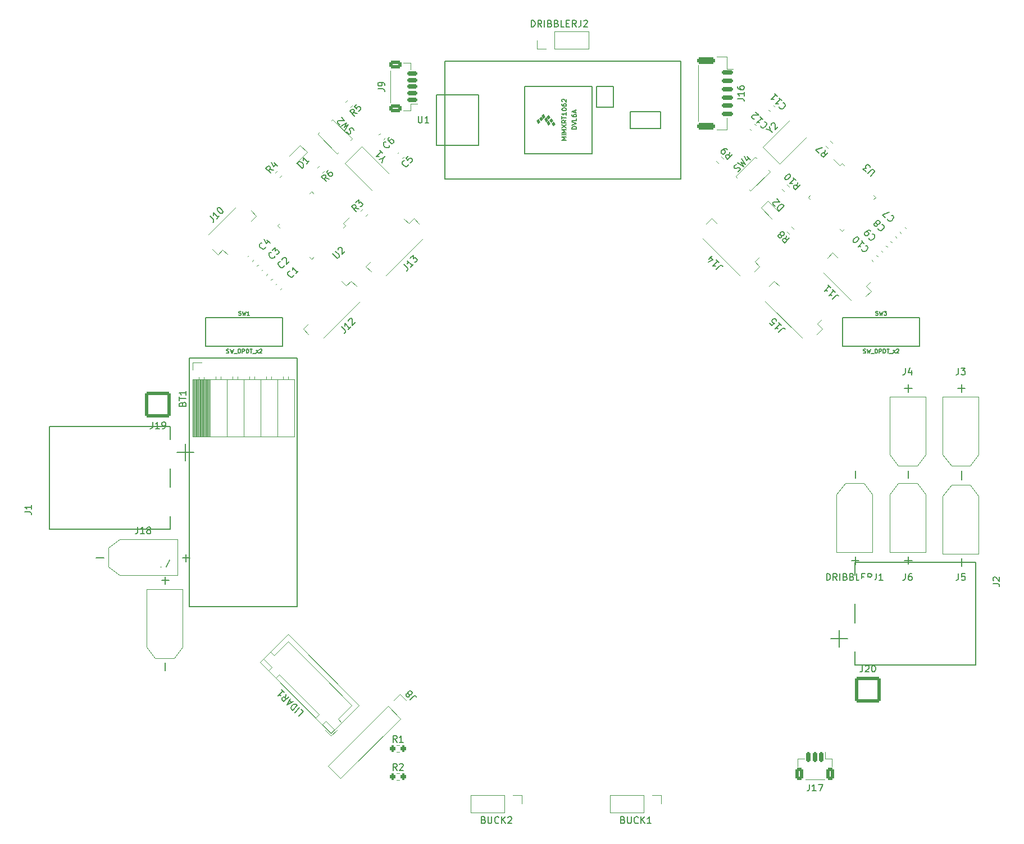
<source format=gto>
%TF.GenerationSoftware,KiCad,Pcbnew,(6.0.7-1)-1*%
%TF.CreationDate,2023-02-20T20:58:05+08:00*%
%TF.ProjectId,layer3,6c617965-7233-42e6-9b69-6361645f7063,1.0*%
%TF.SameCoordinates,Original*%
%TF.FileFunction,Legend,Top*%
%TF.FilePolarity,Positive*%
%FSLAX46Y46*%
G04 Gerber Fmt 4.6, Leading zero omitted, Abs format (unit mm)*
G04 Created by KiCad (PCBNEW (6.0.7-1)-1) date 2023-02-20 20:58:05*
%MOMM*%
%LPD*%
G01*
G04 APERTURE LIST*
G04 Aperture macros list*
%AMRoundRect*
0 Rectangle with rounded corners*
0 $1 Rounding radius*
0 $2 $3 $4 $5 $6 $7 $8 $9 X,Y pos of 4 corners*
0 Add a 4 corners polygon primitive as box body*
4,1,4,$2,$3,$4,$5,$6,$7,$8,$9,$2,$3,0*
0 Add four circle primitives for the rounded corners*
1,1,$1+$1,$2,$3*
1,1,$1+$1,$4,$5*
1,1,$1+$1,$6,$7*
1,1,$1+$1,$8,$9*
0 Add four rect primitives between the rounded corners*
20,1,$1+$1,$2,$3,$4,$5,0*
20,1,$1+$1,$4,$5,$6,$7,0*
20,1,$1+$1,$6,$7,$8,$9,0*
20,1,$1+$1,$8,$9,$2,$3,0*%
%AMHorizOval*
0 Thick line with rounded ends*
0 $1 width*
0 $2 $3 position (X,Y) of the first rounded end (center of the circle)*
0 $4 $5 position (X,Y) of the second rounded end (center of the circle)*
0 Add line between two ends*
20,1,$1,$2,$3,$4,$5,0*
0 Add two circle primitives to create the rounded ends*
1,1,$1,$2,$3*
1,1,$1,$4,$5*%
%AMRotRect*
0 Rectangle, with rotation*
0 The origin of the aperture is its center*
0 $1 length*
0 $2 width*
0 $3 Rotation angle, in degrees counterclockwise*
0 Add horizontal line*
21,1,$1,$2,0,0,$3*%
G04 Aperture macros list end*
%ADD10C,0.200000*%
%ADD11C,0.150000*%
%ADD12C,0.127000*%
%ADD13C,0.120000*%
%ADD14C,0.203200*%
%ADD15C,0.100000*%
%ADD16RoundRect,0.200000X0.335876X0.053033X0.053033X0.335876X-0.335876X-0.053033X-0.053033X-0.335876X0*%
%ADD17RoundRect,0.150000X0.548008X0.335876X0.335876X0.548008X-0.548008X-0.335876X-0.335876X-0.548008X0*%
%ADD18RoundRect,0.250000X0.707107X0.212132X0.212132X0.707107X-0.707107X-0.212132X-0.212132X-0.707107X0*%
%ADD19RoundRect,0.150000X0.150000X0.625000X-0.150000X0.625000X-0.150000X-0.625000X0.150000X-0.625000X0*%
%ADD20RoundRect,0.250000X0.350000X0.650000X-0.350000X0.650000X-0.350000X-0.650000X0.350000X-0.650000X0*%
%ADD21RotRect,2.000000X2.400000X45.000000*%
%ADD22RoundRect,0.225000X0.017678X-0.335876X0.335876X-0.017678X-0.017678X0.335876X-0.335876X0.017678X0*%
%ADD23RoundRect,0.250000X0.936916X0.088388X0.088388X0.936916X-0.936916X-0.088388X-0.088388X-0.936916X0*%
%ADD24HorizOval,1.700000X0.088388X0.088388X-0.088388X-0.088388X0*%
%ADD25RoundRect,0.150000X-0.700000X0.150000X-0.700000X-0.150000X0.700000X-0.150000X0.700000X0.150000X0*%
%ADD26RoundRect,0.250000X-1.100000X0.250000X-1.100000X-0.250000X1.100000X-0.250000X1.100000X0.250000X0*%
%ADD27RotRect,1.700000X1.700000X315.000000*%
%ADD28HorizOval,1.700000X0.000000X0.000000X0.000000X0.000000X0*%
%ADD29C,2.082800*%
%ADD30RoundRect,0.225000X0.335876X0.017678X0.017678X0.335876X-0.335876X-0.017678X-0.017678X-0.335876X0*%
%ADD31R,1.700000X1.700000*%
%ADD32O,1.700000X1.700000*%
%ADD33RoundRect,0.200000X-0.335876X-0.053033X-0.053033X-0.335876X0.335876X0.053033X0.053033X0.335876X0*%
%ADD34R,3.000000X3.000000*%
%ADD35C,3.000000*%
%ADD36RoundRect,0.200000X-0.053033X0.335876X-0.335876X0.053033X0.053033X-0.335876X0.335876X-0.053033X0*%
%ADD37RoundRect,0.200000X0.053033X-0.335876X0.335876X-0.053033X-0.053033X0.335876X-0.335876X0.053033X0*%
%ADD38RoundRect,0.218750X-0.026517X0.335876X-0.335876X0.026517X0.026517X-0.335876X0.335876X-0.026517X0*%
%ADD39RoundRect,0.075000X0.415425X0.521491X-0.521491X-0.415425X-0.415425X-0.521491X0.521491X0.415425X0*%
%ADD40RoundRect,0.075000X-0.415425X0.521491X-0.521491X0.415425X0.415425X-0.521491X0.521491X-0.415425X0*%
%ADD41RoundRect,0.200000X-0.707107X-0.424264X-0.424264X-0.707107X0.707107X0.424264X0.424264X0.707107X0*%
%ADD42RoundRect,0.200000X-0.200000X-0.275000X0.200000X-0.275000X0.200000X0.275000X-0.200000X0.275000X0*%
%ADD43C,1.600000*%
%ADD44RoundRect,0.200000X0.424264X-0.707107X0.707107X-0.424264X-0.424264X0.707107X-0.707107X0.424264X0*%
%ADD45RoundRect,0.218750X-0.335876X-0.026517X-0.026517X-0.335876X0.335876X0.026517X0.026517X0.335876X0*%
%ADD46RotRect,2.000000X2.400000X315.000000*%
%ADD47RoundRect,0.225000X-0.017678X0.335876X-0.335876X0.017678X0.017678X-0.335876X0.335876X-0.017678X0*%
%ADD48RoundRect,0.225000X-0.335876X-0.017678X-0.017678X-0.335876X0.335876X0.017678X0.017678X0.335876X0*%
%ADD49RoundRect,0.150000X0.625000X-0.150000X0.625000X0.150000X-0.625000X0.150000X-0.625000X-0.150000X0*%
%ADD50RoundRect,0.250000X0.650000X-0.350000X0.650000X0.350000X-0.650000X0.350000X-0.650000X-0.350000X0*%
%ADD51RoundRect,0.250002X-1.699998X-1.699998X1.699998X-1.699998X1.699998X1.699998X-1.699998X1.699998X0*%
%ADD52R,3.716000X3.716000*%
%ADD53C,3.716000*%
%ADD54O,2.400000X1.200000*%
%ADD55RoundRect,0.075000X-0.521491X0.415425X0.415425X-0.521491X0.521491X-0.415425X-0.415425X0.521491X0*%
%ADD56RoundRect,0.075000X-0.521491X-0.415425X-0.415425X-0.521491X0.521491X0.415425X0.415425X0.521491X0*%
%ADD57RoundRect,0.250002X1.699998X1.699998X-1.699998X1.699998X-1.699998X-1.699998X1.699998X-1.699998X0*%
%ADD58RoundRect,0.150000X0.335876X-0.548008X0.548008X-0.335876X-0.335876X0.548008X-0.548008X0.335876X0*%
%ADD59RoundRect,0.250000X0.212132X-0.707107X0.707107X-0.212132X-0.212132X0.707107X-0.707107X0.212132X0*%
%ADD60RoundRect,0.150000X-0.335876X0.548008X-0.548008X0.335876X0.335876X-0.548008X0.548008X-0.335876X0*%
%ADD61RoundRect,0.250000X-0.212132X0.707107X-0.707107X0.212132X0.212132X-0.707107X0.707107X-0.212132X0*%
G04 APERTURE END LIST*
D10*
X53750000Y-91969719D02*
X70000000Y-91969719D01*
X70000000Y-91969719D02*
X70000000Y-129469719D01*
X70000000Y-129469719D02*
X53750000Y-129469719D01*
X53750000Y-129469719D02*
X53750000Y-91969719D01*
D11*
X149575580Y-60553571D02*
X149474565Y-61125991D01*
X149979641Y-60957632D02*
X149272535Y-61664739D01*
X149003160Y-61395365D01*
X148969489Y-61294350D01*
X148969489Y-61227006D01*
X149003160Y-61125991D01*
X149104176Y-61024976D01*
X149205191Y-60991304D01*
X149272535Y-60991304D01*
X149373550Y-61024976D01*
X149642924Y-61294350D01*
X148632771Y-61024976D02*
X148161367Y-60553571D01*
X149171519Y-60149510D01*
X142565787Y-88007141D02*
X143070863Y-87502065D01*
X143205550Y-87434722D01*
X143340237Y-87434722D01*
X143474924Y-87502065D01*
X143542268Y-87569409D01*
X142565787Y-86592928D02*
X142969848Y-86996989D01*
X142767818Y-86794958D02*
X142060711Y-87502065D01*
X142229070Y-87468393D01*
X142363757Y-87468393D01*
X142464772Y-87502065D01*
X141218917Y-86660271D02*
X141555635Y-86996989D01*
X141926024Y-86693943D01*
X141858680Y-86693943D01*
X141757665Y-86660271D01*
X141589306Y-86491913D01*
X141555635Y-86390897D01*
X141555635Y-86323554D01*
X141589306Y-86222539D01*
X141757665Y-86054180D01*
X141858680Y-86020508D01*
X141926024Y-86020508D01*
X142027039Y-86054180D01*
X142195398Y-86222539D01*
X142229070Y-86323554D01*
X142229070Y-86390897D01*
X147190476Y-156252380D02*
X147190476Y-156966666D01*
X147142857Y-157109523D01*
X147047619Y-157204761D01*
X146904761Y-157252380D01*
X146809523Y-157252380D01*
X148190476Y-157252380D02*
X147619047Y-157252380D01*
X147904761Y-157252380D02*
X147904761Y-156252380D01*
X147809523Y-156395238D01*
X147714285Y-156490476D01*
X147619047Y-156538095D01*
X148523809Y-156252380D02*
X149190476Y-156252380D01*
X148761904Y-157252380D01*
X141274821Y-57554091D02*
X141611539Y-57890809D01*
X140668730Y-57419404D02*
X141274821Y-57554091D01*
X141140134Y-56948000D01*
X141409508Y-56813313D02*
X141409508Y-56745969D01*
X141443180Y-56644954D01*
X141611539Y-56476595D01*
X141712554Y-56442923D01*
X141779897Y-56442923D01*
X141880913Y-56476595D01*
X141948256Y-56543939D01*
X142015600Y-56678626D01*
X142015600Y-57486748D01*
X142453332Y-57049015D01*
X69444284Y-79381858D02*
X69444284Y-79449201D01*
X69376940Y-79583888D01*
X69309597Y-79651232D01*
X69174909Y-79718575D01*
X69040222Y-79718575D01*
X68939207Y-79684904D01*
X68770848Y-79583888D01*
X68669833Y-79482873D01*
X68568818Y-79314514D01*
X68535146Y-79213499D01*
X68535146Y-79078812D01*
X68602490Y-78944125D01*
X68669833Y-78876781D01*
X68804520Y-78809438D01*
X68871864Y-78809438D01*
X70185062Y-78775766D02*
X69781001Y-79179827D01*
X69983032Y-78977797D02*
X69275925Y-78270690D01*
X69309597Y-78439049D01*
X69309597Y-78573736D01*
X69275925Y-78674751D01*
X70570481Y-144951175D02*
X70907198Y-145287893D01*
X70200091Y-145995000D01*
X70334778Y-144715473D02*
X69627672Y-145422580D01*
X69998061Y-144378756D02*
X69290954Y-145085862D01*
X69122595Y-144917504D01*
X69055252Y-144782817D01*
X69055252Y-144648130D01*
X69088924Y-144547114D01*
X69189939Y-144378756D01*
X69290954Y-144277740D01*
X69459313Y-144176725D01*
X69560328Y-144143053D01*
X69695015Y-144143053D01*
X69829702Y-144210397D01*
X69998061Y-144378756D01*
X69122595Y-143907351D02*
X68785878Y-143570633D01*
X69391969Y-143772664D02*
X68449160Y-144244069D01*
X68920565Y-143301259D01*
X68280801Y-142661496D02*
X68179786Y-143233916D01*
X68684862Y-143065557D02*
X67977756Y-143772664D01*
X67708382Y-143503290D01*
X67674710Y-143402275D01*
X67674710Y-143334931D01*
X67708382Y-143233916D01*
X67809397Y-143132901D01*
X67910412Y-143099229D01*
X67977756Y-143099229D01*
X68078771Y-143132901D01*
X68348145Y-143402275D01*
X67607366Y-141988061D02*
X68011427Y-142392122D01*
X67809397Y-142190092D02*
X67102290Y-142897198D01*
X67270649Y-142863527D01*
X67405336Y-142863527D01*
X67506351Y-142897198D01*
X136352380Y-52809523D02*
X137066666Y-52809523D01*
X137209523Y-52857142D01*
X137304761Y-52952380D01*
X137352380Y-53095238D01*
X137352380Y-53190476D01*
X137352380Y-51809523D02*
X137352380Y-52380952D01*
X137352380Y-52095238D02*
X136352380Y-52095238D01*
X136495238Y-52190476D01*
X136590476Y-52285714D01*
X136638095Y-52380952D01*
X136352380Y-50952380D02*
X136352380Y-51142857D01*
X136400000Y-51238095D01*
X136447619Y-51285714D01*
X136590476Y-51380952D01*
X136780952Y-51428571D01*
X137161904Y-51428571D01*
X137257142Y-51380952D01*
X137304761Y-51333333D01*
X137352380Y-51238095D01*
X137352380Y-51047619D01*
X137304761Y-50952380D01*
X137257142Y-50904761D01*
X137161904Y-50857142D01*
X136923809Y-50857142D01*
X136828571Y-50904761D01*
X136780952Y-50952380D01*
X136733333Y-51047619D01*
X136733333Y-51238095D01*
X136780952Y-51333333D01*
X136828571Y-51380952D01*
X136923809Y-51428571D01*
X86986165Y-143485240D02*
X87491241Y-142980164D01*
X87625928Y-142912820D01*
X87760615Y-142912820D01*
X87895302Y-142980164D01*
X87962645Y-143047507D01*
X86851478Y-142744461D02*
X86885149Y-142845477D01*
X86885149Y-142912820D01*
X86851478Y-143013835D01*
X86817806Y-143047507D01*
X86716791Y-143081179D01*
X86649447Y-143081179D01*
X86548432Y-143047507D01*
X86413745Y-142912820D01*
X86380073Y-142811805D01*
X86380073Y-142744461D01*
X86413745Y-142643446D01*
X86447417Y-142609774D01*
X86548432Y-142576103D01*
X86615775Y-142576103D01*
X86716791Y-142609774D01*
X86851478Y-142744461D01*
X86952493Y-142778133D01*
X87019836Y-142778133D01*
X87120852Y-142744461D01*
X87255539Y-142609774D01*
X87289210Y-142508759D01*
X87289210Y-142441416D01*
X87255539Y-142340400D01*
X87120852Y-142205713D01*
X87019836Y-142172042D01*
X86952493Y-142172042D01*
X86851478Y-142205713D01*
X86716791Y-142340400D01*
X86683119Y-142441416D01*
X86683119Y-142508759D01*
X86716791Y-142609774D01*
D12*
X61187200Y-85452742D02*
X61274285Y-85481771D01*
X61419428Y-85481771D01*
X61477485Y-85452742D01*
X61506514Y-85423714D01*
X61535542Y-85365657D01*
X61535542Y-85307600D01*
X61506514Y-85249542D01*
X61477485Y-85220514D01*
X61419428Y-85191485D01*
X61303314Y-85162457D01*
X61245257Y-85133428D01*
X61216228Y-85104400D01*
X61187200Y-85046342D01*
X61187200Y-84988285D01*
X61216228Y-84930228D01*
X61245257Y-84901200D01*
X61303314Y-84872171D01*
X61448457Y-84872171D01*
X61535542Y-84901200D01*
X61738742Y-84872171D02*
X61883885Y-85481771D01*
X62000000Y-85046342D01*
X62116114Y-85481771D01*
X62261257Y-84872171D01*
X62812800Y-85481771D02*
X62464457Y-85481771D01*
X62638628Y-85481771D02*
X62638628Y-84872171D01*
X62580571Y-84959257D01*
X62522514Y-85017314D01*
X62464457Y-85046342D01*
X59329371Y-91167742D02*
X59416457Y-91196771D01*
X59561600Y-91196771D01*
X59619657Y-91167742D01*
X59648685Y-91138714D01*
X59677714Y-91080657D01*
X59677714Y-91022600D01*
X59648685Y-90964542D01*
X59619657Y-90935514D01*
X59561600Y-90906485D01*
X59445485Y-90877457D01*
X59387428Y-90848428D01*
X59358400Y-90819400D01*
X59329371Y-90761342D01*
X59329371Y-90703285D01*
X59358400Y-90645228D01*
X59387428Y-90616200D01*
X59445485Y-90587171D01*
X59590628Y-90587171D01*
X59677714Y-90616200D01*
X59880914Y-90587171D02*
X60026057Y-91196771D01*
X60142171Y-90761342D01*
X60258285Y-91196771D01*
X60403428Y-90587171D01*
X60490514Y-91254828D02*
X60954971Y-91254828D01*
X61100114Y-91196771D02*
X61100114Y-90587171D01*
X61245257Y-90587171D01*
X61332342Y-90616200D01*
X61390400Y-90674257D01*
X61419428Y-90732314D01*
X61448457Y-90848428D01*
X61448457Y-90935514D01*
X61419428Y-91051628D01*
X61390400Y-91109685D01*
X61332342Y-91167742D01*
X61245257Y-91196771D01*
X61100114Y-91196771D01*
X61709714Y-91196771D02*
X61709714Y-90587171D01*
X61941942Y-90587171D01*
X62000000Y-90616200D01*
X62029028Y-90645228D01*
X62058057Y-90703285D01*
X62058057Y-90790371D01*
X62029028Y-90848428D01*
X62000000Y-90877457D01*
X61941942Y-90906485D01*
X61709714Y-90906485D01*
X62319314Y-91196771D02*
X62319314Y-90587171D01*
X62464457Y-90587171D01*
X62551542Y-90616200D01*
X62609600Y-90674257D01*
X62638628Y-90732314D01*
X62667657Y-90848428D01*
X62667657Y-90935514D01*
X62638628Y-91051628D01*
X62609600Y-91109685D01*
X62551542Y-91167742D01*
X62464457Y-91196771D01*
X62319314Y-91196771D01*
X62841828Y-90587171D02*
X63190171Y-90587171D01*
X63016000Y-91196771D02*
X63016000Y-90587171D01*
X63248228Y-91254828D02*
X63712685Y-91254828D01*
X63799771Y-91196771D02*
X64119085Y-90790371D01*
X63799771Y-90790371D02*
X64119085Y-91196771D01*
X64322285Y-90645228D02*
X64351314Y-90616200D01*
X64409371Y-90587171D01*
X64554514Y-90587171D01*
X64612571Y-90616200D01*
X64641600Y-90645228D01*
X64670628Y-90703285D01*
X64670628Y-90761342D01*
X64641600Y-90848428D01*
X64293257Y-91196771D01*
X64670628Y-91196771D01*
D11*
X143741951Y-73458272D02*
X143640936Y-74030692D01*
X144146012Y-73862333D02*
X143438906Y-74569440D01*
X143169531Y-74300066D01*
X143135860Y-74199051D01*
X143135860Y-74131707D01*
X143169531Y-74030692D01*
X143270547Y-73929677D01*
X143371562Y-73896005D01*
X143438906Y-73896005D01*
X143539921Y-73929677D01*
X143809295Y-74199051D01*
X142933829Y-73458272D02*
X142967501Y-73559287D01*
X142967501Y-73626631D01*
X142933829Y-73727646D01*
X142900157Y-73761318D01*
X142799142Y-73794990D01*
X142731799Y-73794990D01*
X142630783Y-73761318D01*
X142496096Y-73626631D01*
X142462425Y-73525615D01*
X142462425Y-73458272D01*
X142496096Y-73357257D01*
X142529768Y-73323585D01*
X142630783Y-73289913D01*
X142698127Y-73289913D01*
X142799142Y-73323585D01*
X142933829Y-73458272D01*
X143034844Y-73491944D01*
X143102188Y-73491944D01*
X143203203Y-73458272D01*
X143337890Y-73323585D01*
X143371562Y-73222570D01*
X143371562Y-73155226D01*
X143337890Y-73054211D01*
X143203203Y-72919524D01*
X143102188Y-72885852D01*
X143034844Y-72885852D01*
X142933829Y-72919524D01*
X142799142Y-73054211D01*
X142765470Y-73155226D01*
X142765470Y-73222570D01*
X142799142Y-73323585D01*
X155629090Y-74972490D02*
X155696434Y-74972490D01*
X155831121Y-75039834D01*
X155898464Y-75107177D01*
X155965808Y-75241864D01*
X155965808Y-75376551D01*
X155932136Y-75477566D01*
X155831121Y-75645925D01*
X155730106Y-75746940D01*
X155561747Y-75847956D01*
X155460732Y-75881627D01*
X155326045Y-75881627D01*
X155191358Y-75814284D01*
X155124014Y-75746940D01*
X155056671Y-75612253D01*
X155056671Y-75544910D01*
X155022999Y-74231711D02*
X155427060Y-74635772D01*
X155225029Y-74433742D02*
X154517922Y-75140849D01*
X154686281Y-75107177D01*
X154820968Y-75107177D01*
X154921984Y-75140849D01*
X153878159Y-74501085D02*
X153810816Y-74433742D01*
X153777144Y-74332727D01*
X153777144Y-74265383D01*
X153810816Y-74164368D01*
X153911831Y-73996009D01*
X154080190Y-73827650D01*
X154248548Y-73726635D01*
X154349564Y-73692963D01*
X154416907Y-73692963D01*
X154517922Y-73726635D01*
X154585266Y-73793979D01*
X154618938Y-73894994D01*
X154618938Y-73962337D01*
X154585266Y-74063353D01*
X154484251Y-74231711D01*
X154315892Y-74400070D01*
X154147533Y-74501085D01*
X154046518Y-74534757D01*
X153979174Y-74534757D01*
X153878159Y-74501085D01*
X150652404Y-83013301D02*
X151157480Y-82508225D01*
X151292167Y-82440882D01*
X151426854Y-82440882D01*
X151561541Y-82508225D01*
X151628885Y-82575569D01*
X150652404Y-81599088D02*
X151056465Y-82003149D01*
X150854435Y-81801118D02*
X150147328Y-82508225D01*
X150315687Y-82474553D01*
X150450374Y-82474553D01*
X150551389Y-82508225D01*
X149978969Y-80925653D02*
X150383030Y-81329714D01*
X150181000Y-81127683D02*
X149473893Y-81834790D01*
X149642252Y-81801118D01*
X149776939Y-81801118D01*
X149877954Y-81834790D01*
X52708571Y-98885433D02*
X52756190Y-98742576D01*
X52803809Y-98694957D01*
X52899047Y-98647338D01*
X53041904Y-98647338D01*
X53137142Y-98694957D01*
X53184761Y-98742576D01*
X53232380Y-98837814D01*
X53232380Y-99218766D01*
X52232380Y-99218766D01*
X52232380Y-98885433D01*
X52280000Y-98790195D01*
X52327619Y-98742576D01*
X52422857Y-98694957D01*
X52518095Y-98694957D01*
X52613333Y-98742576D01*
X52660952Y-98790195D01*
X52708571Y-98885433D01*
X52708571Y-99218766D01*
X52232380Y-98361623D02*
X52232380Y-97790195D01*
X53232380Y-98075909D02*
X52232380Y-98075909D01*
X53232380Y-96933052D02*
X53232380Y-97504480D01*
X53232380Y-97218766D02*
X52232380Y-97218766D01*
X52375238Y-97314004D01*
X52470476Y-97409242D01*
X52518095Y-97504480D01*
X105260714Y-41977380D02*
X105260714Y-40977380D01*
X105498809Y-40977380D01*
X105641666Y-41025000D01*
X105736904Y-41120238D01*
X105784523Y-41215476D01*
X105832142Y-41405952D01*
X105832142Y-41548809D01*
X105784523Y-41739285D01*
X105736904Y-41834523D01*
X105641666Y-41929761D01*
X105498809Y-41977380D01*
X105260714Y-41977380D01*
X106832142Y-41977380D02*
X106498809Y-41501190D01*
X106260714Y-41977380D02*
X106260714Y-40977380D01*
X106641666Y-40977380D01*
X106736904Y-41025000D01*
X106784523Y-41072619D01*
X106832142Y-41167857D01*
X106832142Y-41310714D01*
X106784523Y-41405952D01*
X106736904Y-41453571D01*
X106641666Y-41501190D01*
X106260714Y-41501190D01*
X107260714Y-41977380D02*
X107260714Y-40977380D01*
X108070238Y-41453571D02*
X108213095Y-41501190D01*
X108260714Y-41548809D01*
X108308333Y-41644047D01*
X108308333Y-41786904D01*
X108260714Y-41882142D01*
X108213095Y-41929761D01*
X108117857Y-41977380D01*
X107736904Y-41977380D01*
X107736904Y-40977380D01*
X108070238Y-40977380D01*
X108165476Y-41025000D01*
X108213095Y-41072619D01*
X108260714Y-41167857D01*
X108260714Y-41263095D01*
X108213095Y-41358333D01*
X108165476Y-41405952D01*
X108070238Y-41453571D01*
X107736904Y-41453571D01*
X109070238Y-41453571D02*
X109213095Y-41501190D01*
X109260714Y-41548809D01*
X109308333Y-41644047D01*
X109308333Y-41786904D01*
X109260714Y-41882142D01*
X109213095Y-41929761D01*
X109117857Y-41977380D01*
X108736904Y-41977380D01*
X108736904Y-40977380D01*
X109070238Y-40977380D01*
X109165476Y-41025000D01*
X109213095Y-41072619D01*
X109260714Y-41167857D01*
X109260714Y-41263095D01*
X109213095Y-41358333D01*
X109165476Y-41405952D01*
X109070238Y-41453571D01*
X108736904Y-41453571D01*
X110213095Y-41977380D02*
X109736904Y-41977380D01*
X109736904Y-40977380D01*
X110546428Y-41453571D02*
X110879761Y-41453571D01*
X111022619Y-41977380D02*
X110546428Y-41977380D01*
X110546428Y-40977380D01*
X111022619Y-40977380D01*
X112022619Y-41977380D02*
X111689285Y-41501190D01*
X111451190Y-41977380D02*
X111451190Y-40977380D01*
X111832142Y-40977380D01*
X111927380Y-41025000D01*
X111975000Y-41072619D01*
X112022619Y-41167857D01*
X112022619Y-41310714D01*
X111975000Y-41405952D01*
X111927380Y-41453571D01*
X111832142Y-41501190D01*
X111451190Y-41501190D01*
X112736904Y-40977380D02*
X112736904Y-41691666D01*
X112689285Y-41834523D01*
X112594047Y-41929761D01*
X112451190Y-41977380D01*
X112355952Y-41977380D01*
X113165476Y-41072619D02*
X113213095Y-41025000D01*
X113308333Y-40977380D01*
X113546428Y-40977380D01*
X113641666Y-41025000D01*
X113689285Y-41072619D01*
X113736904Y-41167857D01*
X113736904Y-41263095D01*
X113689285Y-41405952D01*
X113117857Y-41977380D01*
X113736904Y-41977380D01*
X135157674Y-60829342D02*
X135056659Y-61401762D01*
X135561735Y-61233403D02*
X134854629Y-61940510D01*
X134585254Y-61671136D01*
X134551583Y-61570121D01*
X134551583Y-61502777D01*
X134585254Y-61401762D01*
X134686270Y-61300747D01*
X134787285Y-61267075D01*
X134854629Y-61267075D01*
X134955644Y-61300747D01*
X135225018Y-61570121D01*
X134820957Y-60492624D02*
X134686270Y-60357937D01*
X134585254Y-60324266D01*
X134517911Y-60324266D01*
X134349552Y-60357937D01*
X134181193Y-60458953D01*
X133911819Y-60728327D01*
X133878148Y-60829342D01*
X133878148Y-60896685D01*
X133911819Y-60997701D01*
X134046506Y-61132388D01*
X134147522Y-61166060D01*
X134214865Y-61166060D01*
X134315880Y-61132388D01*
X134484239Y-60964029D01*
X134517911Y-60863014D01*
X134517911Y-60795670D01*
X134484239Y-60694655D01*
X134349552Y-60559968D01*
X134248537Y-60526296D01*
X134181193Y-60526296D01*
X134080178Y-60559968D01*
X65201644Y-75139218D02*
X65201644Y-75206561D01*
X65134300Y-75341248D01*
X65066957Y-75408592D01*
X64932269Y-75475935D01*
X64797582Y-75475935D01*
X64696567Y-75442264D01*
X64528208Y-75341248D01*
X64427193Y-75240233D01*
X64326178Y-75071874D01*
X64292506Y-74970859D01*
X64292506Y-74836172D01*
X64359850Y-74701485D01*
X64427193Y-74634141D01*
X64561880Y-74566798D01*
X64629224Y-74566798D01*
X65403674Y-74129065D02*
X65875079Y-74600470D01*
X64965941Y-74028050D02*
X65302659Y-74701485D01*
X65740392Y-74263752D01*
X133137697Y-78579051D02*
X133642773Y-78073975D01*
X133777460Y-78006632D01*
X133912147Y-78006632D01*
X134046834Y-78073975D01*
X134114178Y-78141319D01*
X133137697Y-77164838D02*
X133541758Y-77568899D01*
X133339728Y-77366868D02*
X132632621Y-78073975D01*
X132800980Y-78040303D01*
X132935667Y-78040303D01*
X133036682Y-78073975D01*
X132060201Y-77030151D02*
X132531606Y-76558746D01*
X131959186Y-77467884D02*
X132632621Y-77131166D01*
X132194888Y-76693433D01*
X149785714Y-125452380D02*
X149785714Y-124452380D01*
X150023809Y-124452380D01*
X150166666Y-124500000D01*
X150261904Y-124595238D01*
X150309523Y-124690476D01*
X150357142Y-124880952D01*
X150357142Y-125023809D01*
X150309523Y-125214285D01*
X150261904Y-125309523D01*
X150166666Y-125404761D01*
X150023809Y-125452380D01*
X149785714Y-125452380D01*
X151357142Y-125452380D02*
X151023809Y-124976190D01*
X150785714Y-125452380D02*
X150785714Y-124452380D01*
X151166666Y-124452380D01*
X151261904Y-124500000D01*
X151309523Y-124547619D01*
X151357142Y-124642857D01*
X151357142Y-124785714D01*
X151309523Y-124880952D01*
X151261904Y-124928571D01*
X151166666Y-124976190D01*
X150785714Y-124976190D01*
X151785714Y-125452380D02*
X151785714Y-124452380D01*
X152595238Y-124928571D02*
X152738095Y-124976190D01*
X152785714Y-125023809D01*
X152833333Y-125119047D01*
X152833333Y-125261904D01*
X152785714Y-125357142D01*
X152738095Y-125404761D01*
X152642857Y-125452380D01*
X152261904Y-125452380D01*
X152261904Y-124452380D01*
X152595238Y-124452380D01*
X152690476Y-124500000D01*
X152738095Y-124547619D01*
X152785714Y-124642857D01*
X152785714Y-124738095D01*
X152738095Y-124833333D01*
X152690476Y-124880952D01*
X152595238Y-124928571D01*
X152261904Y-124928571D01*
X153595238Y-124928571D02*
X153738095Y-124976190D01*
X153785714Y-125023809D01*
X153833333Y-125119047D01*
X153833333Y-125261904D01*
X153785714Y-125357142D01*
X153738095Y-125404761D01*
X153642857Y-125452380D01*
X153261904Y-125452380D01*
X153261904Y-124452380D01*
X153595238Y-124452380D01*
X153690476Y-124500000D01*
X153738095Y-124547619D01*
X153785714Y-124642857D01*
X153785714Y-124738095D01*
X153738095Y-124833333D01*
X153690476Y-124880952D01*
X153595238Y-124928571D01*
X153261904Y-124928571D01*
X154738095Y-125452380D02*
X154261904Y-125452380D01*
X154261904Y-124452380D01*
X155071428Y-124928571D02*
X155404761Y-124928571D01*
X155547619Y-125452380D02*
X155071428Y-125452380D01*
X155071428Y-124452380D01*
X155547619Y-124452380D01*
X156547619Y-125452380D02*
X156214285Y-124976190D01*
X155976190Y-125452380D02*
X155976190Y-124452380D01*
X156357142Y-124452380D01*
X156452380Y-124500000D01*
X156500000Y-124547619D01*
X156547619Y-124642857D01*
X156547619Y-124785714D01*
X156500000Y-124880952D01*
X156452380Y-124928571D01*
X156357142Y-124976190D01*
X155976190Y-124976190D01*
X157261904Y-124452380D02*
X157261904Y-125166666D01*
X157214285Y-125309523D01*
X157119047Y-125404761D01*
X156976190Y-125452380D01*
X156880952Y-125452380D01*
X158261904Y-125452380D02*
X157690476Y-125452380D01*
X157976190Y-125452380D02*
X157976190Y-124452380D01*
X157880952Y-124595238D01*
X157785714Y-124690476D01*
X157690476Y-124738095D01*
X154107142Y-123071428D02*
X154107142Y-121928571D01*
X154678571Y-122500000D02*
X153535714Y-122500000D01*
X154107142Y-110071428D02*
X154107142Y-108928571D01*
X79008072Y-55004520D02*
X78435652Y-54903505D01*
X78604011Y-55408581D02*
X77896904Y-54701475D01*
X78166278Y-54432100D01*
X78267293Y-54398429D01*
X78334637Y-54398429D01*
X78435652Y-54432100D01*
X78536667Y-54533116D01*
X78570339Y-54634131D01*
X78570339Y-54701475D01*
X78536667Y-54802490D01*
X78267293Y-55071864D01*
X78940729Y-53657650D02*
X78604011Y-53994368D01*
X78907057Y-54364757D01*
X78907057Y-54297413D01*
X78940729Y-54196398D01*
X79109087Y-54028039D01*
X79210103Y-53994368D01*
X79277446Y-53994368D01*
X79378461Y-54028039D01*
X79546820Y-54196398D01*
X79580492Y-54297413D01*
X79580492Y-54364757D01*
X79546820Y-54465772D01*
X79378461Y-54634131D01*
X79277446Y-54667803D01*
X79210103Y-54667803D01*
X79283843Y-69422426D02*
X78711423Y-69321411D01*
X78879782Y-69826487D02*
X78172675Y-69119381D01*
X78442049Y-68850006D01*
X78543064Y-68816335D01*
X78610408Y-68816335D01*
X78711423Y-68850006D01*
X78812438Y-68951022D01*
X78846110Y-69052037D01*
X78846110Y-69119381D01*
X78812438Y-69220396D01*
X78543064Y-69489770D01*
X78812438Y-68479617D02*
X79250171Y-68041884D01*
X79283843Y-68546961D01*
X79384858Y-68445945D01*
X79485874Y-68412274D01*
X79553217Y-68412274D01*
X79654232Y-68445945D01*
X79822591Y-68614304D01*
X79856263Y-68715319D01*
X79856263Y-68782663D01*
X79822591Y-68883678D01*
X79620561Y-69085709D01*
X79519545Y-69119381D01*
X79452202Y-69119381D01*
X70698557Y-63285750D02*
X69991450Y-62578644D01*
X70159809Y-62410285D01*
X70294496Y-62342941D01*
X70429183Y-62342941D01*
X70530198Y-62376613D01*
X70698557Y-62477628D01*
X70799572Y-62578644D01*
X70900588Y-62747002D01*
X70934259Y-62848018D01*
X70934259Y-62982705D01*
X70866916Y-63117392D01*
X70698557Y-63285750D01*
X71776053Y-62208254D02*
X71371992Y-62612315D01*
X71574023Y-62410285D02*
X70866916Y-61703178D01*
X70900588Y-61871537D01*
X70900588Y-62006224D01*
X70866916Y-62107239D01*
X75348626Y-76228498D02*
X75921046Y-76800918D01*
X76022061Y-76834590D01*
X76089405Y-76834590D01*
X76190420Y-76800918D01*
X76325107Y-76666231D01*
X76358779Y-76565216D01*
X76358779Y-76497872D01*
X76325107Y-76396857D01*
X75752687Y-75824437D01*
X76123077Y-75588735D02*
X76123077Y-75521392D01*
X76156748Y-75420376D01*
X76325107Y-75252018D01*
X76426122Y-75218346D01*
X76493466Y-75218346D01*
X76594481Y-75252018D01*
X76661825Y-75319361D01*
X76729168Y-75454048D01*
X76729168Y-76262170D01*
X77166901Y-75824437D01*
X78493567Y-57570981D02*
X78426224Y-57436294D01*
X78257865Y-57267935D01*
X78156850Y-57234263D01*
X78089506Y-57234263D01*
X77988491Y-57267935D01*
X77921148Y-57335278D01*
X77887476Y-57436294D01*
X77887476Y-57503637D01*
X77921148Y-57604652D01*
X78022163Y-57773011D01*
X78055835Y-57874026D01*
X78055835Y-57941370D01*
X78022163Y-58042385D01*
X77954819Y-58109729D01*
X77853804Y-58143400D01*
X77786461Y-58143400D01*
X77685445Y-58109729D01*
X77517087Y-57941370D01*
X77449743Y-57806683D01*
X77180369Y-57604652D02*
X77719117Y-56729187D01*
X77079354Y-57099576D01*
X77449743Y-56459813D01*
X76574278Y-56998561D01*
X76405919Y-56695515D02*
X76338575Y-56695515D01*
X76237560Y-56661843D01*
X76069201Y-56493485D01*
X76035530Y-56392469D01*
X76035530Y-56325126D01*
X76069201Y-56224111D01*
X76136545Y-56156767D01*
X76271232Y-56089424D01*
X77079354Y-56089424D01*
X76641621Y-55651691D01*
X66615857Y-76553431D02*
X66615857Y-76620774D01*
X66548513Y-76755461D01*
X66481170Y-76822805D01*
X66346482Y-76890148D01*
X66211795Y-76890148D01*
X66110780Y-76856477D01*
X65942421Y-76755461D01*
X65841406Y-76654446D01*
X65740391Y-76486087D01*
X65706719Y-76385072D01*
X65706719Y-76250385D01*
X65774063Y-76115698D01*
X65841406Y-76048354D01*
X65976093Y-75981011D01*
X66043437Y-75981011D01*
X66211795Y-75677965D02*
X66649528Y-75240232D01*
X66683200Y-75745309D01*
X66784215Y-75644293D01*
X66885231Y-75610622D01*
X66952574Y-75610622D01*
X67053589Y-75644293D01*
X67221948Y-75812652D01*
X67255620Y-75913667D01*
X67255620Y-75981011D01*
X67221948Y-76082026D01*
X67019918Y-76284057D01*
X66918902Y-76317729D01*
X66851559Y-76317729D01*
X85008333Y-149897380D02*
X84675000Y-149421190D01*
X84436904Y-149897380D02*
X84436904Y-148897380D01*
X84817857Y-148897380D01*
X84913095Y-148945000D01*
X84960714Y-148992619D01*
X85008333Y-149087857D01*
X85008333Y-149230714D01*
X84960714Y-149325952D01*
X84913095Y-149373571D01*
X84817857Y-149421190D01*
X84436904Y-149421190D01*
X85960714Y-149897380D02*
X85389285Y-149897380D01*
X85675000Y-149897380D02*
X85675000Y-148897380D01*
X85579761Y-149040238D01*
X85484523Y-149135476D01*
X85389285Y-149183095D01*
X88238095Y-55452380D02*
X88238095Y-56261904D01*
X88285714Y-56357142D01*
X88333333Y-56404761D01*
X88428571Y-56452380D01*
X88619047Y-56452380D01*
X88714285Y-56404761D01*
X88761904Y-56357142D01*
X88809523Y-56261904D01*
X88809523Y-55452380D01*
X89809523Y-56452380D02*
X89238095Y-56452380D01*
X89523809Y-56452380D02*
X89523809Y-55452380D01*
X89428571Y-55595238D01*
X89333333Y-55690476D01*
X89238095Y-55738095D01*
X112094666Y-57400000D02*
X111394666Y-57400000D01*
X111394666Y-57233333D01*
X111428000Y-57133333D01*
X111494666Y-57066666D01*
X111561333Y-57033333D01*
X111694666Y-57000000D01*
X111794666Y-57000000D01*
X111928000Y-57033333D01*
X111994666Y-57066666D01*
X112061333Y-57133333D01*
X112094666Y-57233333D01*
X112094666Y-57400000D01*
X111394666Y-56800000D02*
X112094666Y-56566666D01*
X111394666Y-56333333D01*
X112094666Y-55766666D02*
X112094666Y-56100000D01*
X111394666Y-56100000D01*
X111394666Y-55233333D02*
X111394666Y-55366666D01*
X111428000Y-55433333D01*
X111461333Y-55466666D01*
X111561333Y-55533333D01*
X111694666Y-55566666D01*
X111961333Y-55566666D01*
X112028000Y-55533333D01*
X112061333Y-55500000D01*
X112094666Y-55433333D01*
X112094666Y-55300000D01*
X112061333Y-55233333D01*
X112028000Y-55200000D01*
X111961333Y-55166666D01*
X111794666Y-55166666D01*
X111728000Y-55200000D01*
X111694666Y-55233333D01*
X111661333Y-55300000D01*
X111661333Y-55433333D01*
X111694666Y-55500000D01*
X111728000Y-55533333D01*
X111794666Y-55566666D01*
X111894666Y-54900000D02*
X111894666Y-54566666D01*
X112094666Y-54966666D02*
X111394666Y-54733333D01*
X112094666Y-54500000D01*
X110570666Y-59083333D02*
X109870666Y-59083333D01*
X110370666Y-58850000D01*
X109870666Y-58616666D01*
X110570666Y-58616666D01*
X110570666Y-58283333D02*
X109870666Y-58283333D01*
X110570666Y-57950000D02*
X109870666Y-57950000D01*
X110370666Y-57716666D01*
X109870666Y-57483333D01*
X110570666Y-57483333D01*
X109870666Y-57216666D02*
X110570666Y-56750000D01*
X109870666Y-56750000D02*
X110570666Y-57216666D01*
X110570666Y-56083333D02*
X110237333Y-56316666D01*
X110570666Y-56483333D02*
X109870666Y-56483333D01*
X109870666Y-56216666D01*
X109904000Y-56150000D01*
X109937333Y-56116666D01*
X110004000Y-56083333D01*
X110104000Y-56083333D01*
X110170666Y-56116666D01*
X110204000Y-56150000D01*
X110237333Y-56216666D01*
X110237333Y-56483333D01*
X109870666Y-55883333D02*
X109870666Y-55483333D01*
X110570666Y-55683333D02*
X109870666Y-55683333D01*
X110570666Y-54883333D02*
X110570666Y-55283333D01*
X110570666Y-55083333D02*
X109870666Y-55083333D01*
X109970666Y-55150000D01*
X110037333Y-55216666D01*
X110070666Y-55283333D01*
X109870666Y-54450000D02*
X109870666Y-54383333D01*
X109904000Y-54316666D01*
X109937333Y-54283333D01*
X110004000Y-54250000D01*
X110137333Y-54216666D01*
X110304000Y-54216666D01*
X110437333Y-54250000D01*
X110504000Y-54283333D01*
X110537333Y-54316666D01*
X110570666Y-54383333D01*
X110570666Y-54450000D01*
X110537333Y-54516666D01*
X110504000Y-54550000D01*
X110437333Y-54583333D01*
X110304000Y-54616666D01*
X110137333Y-54616666D01*
X110004000Y-54583333D01*
X109937333Y-54550000D01*
X109904000Y-54516666D01*
X109870666Y-54450000D01*
X109870666Y-53616666D02*
X109870666Y-53750000D01*
X109904000Y-53816666D01*
X109937333Y-53850000D01*
X110037333Y-53916666D01*
X110170666Y-53950000D01*
X110437333Y-53950000D01*
X110504000Y-53916666D01*
X110537333Y-53883333D01*
X110570666Y-53816666D01*
X110570666Y-53683333D01*
X110537333Y-53616666D01*
X110504000Y-53583333D01*
X110437333Y-53550000D01*
X110270666Y-53550000D01*
X110204000Y-53583333D01*
X110170666Y-53616666D01*
X110137333Y-53683333D01*
X110137333Y-53816666D01*
X110170666Y-53883333D01*
X110204000Y-53916666D01*
X110270666Y-53950000D01*
X109937333Y-53283333D02*
X109904000Y-53250000D01*
X109870666Y-53183333D01*
X109870666Y-53016666D01*
X109904000Y-52950000D01*
X109937333Y-52916666D01*
X110004000Y-52883333D01*
X110070666Y-52883333D01*
X110170666Y-52916666D01*
X110570666Y-53316666D01*
X110570666Y-52883333D01*
X136410938Y-63801883D02*
X136545625Y-63734540D01*
X136713984Y-63566181D01*
X136747656Y-63465166D01*
X136747656Y-63397822D01*
X136713984Y-63296807D01*
X136646641Y-63229464D01*
X136545625Y-63195792D01*
X136478282Y-63195792D01*
X136377267Y-63229464D01*
X136208908Y-63330479D01*
X136107893Y-63364151D01*
X136040549Y-63364151D01*
X135939534Y-63330479D01*
X135872190Y-63263135D01*
X135838519Y-63162120D01*
X135838519Y-63094777D01*
X135872190Y-62993761D01*
X136040549Y-62825403D01*
X136175236Y-62758059D01*
X136377267Y-62488685D02*
X137252732Y-63027433D01*
X136882343Y-62387670D01*
X137522106Y-62758059D01*
X136983358Y-61882594D01*
X137791480Y-61545876D02*
X138262885Y-62017281D01*
X137353747Y-61444861D02*
X137690465Y-62118296D01*
X138128198Y-61680563D01*
X74765431Y-64904015D02*
X74193011Y-64803000D01*
X74361370Y-65308076D02*
X73654263Y-64600970D01*
X73923637Y-64331595D01*
X74024652Y-64297924D01*
X74091996Y-64297924D01*
X74193011Y-64331595D01*
X74294026Y-64432611D01*
X74327698Y-64533626D01*
X74327698Y-64600970D01*
X74294026Y-64701985D01*
X74024652Y-64971359D01*
X74664416Y-63590817D02*
X74529729Y-63725504D01*
X74496057Y-63826519D01*
X74496057Y-63893863D01*
X74529729Y-64062221D01*
X74630744Y-64230580D01*
X74900118Y-64499954D01*
X75001133Y-64533626D01*
X75068477Y-64533626D01*
X75169492Y-64499954D01*
X75304179Y-64365267D01*
X75337851Y-64264252D01*
X75337851Y-64196908D01*
X75304179Y-64095893D01*
X75135820Y-63927534D01*
X75034805Y-63893863D01*
X74967462Y-63893863D01*
X74866446Y-63927534D01*
X74731759Y-64062221D01*
X74698088Y-64163237D01*
X74698088Y-64230580D01*
X74731759Y-64331595D01*
X119096428Y-161628571D02*
X119239285Y-161676190D01*
X119286904Y-161723809D01*
X119334523Y-161819047D01*
X119334523Y-161961904D01*
X119286904Y-162057142D01*
X119239285Y-162104761D01*
X119144047Y-162152380D01*
X118763095Y-162152380D01*
X118763095Y-161152380D01*
X119096428Y-161152380D01*
X119191666Y-161200000D01*
X119239285Y-161247619D01*
X119286904Y-161342857D01*
X119286904Y-161438095D01*
X119239285Y-161533333D01*
X119191666Y-161580952D01*
X119096428Y-161628571D01*
X118763095Y-161628571D01*
X119763095Y-161152380D02*
X119763095Y-161961904D01*
X119810714Y-162057142D01*
X119858333Y-162104761D01*
X119953571Y-162152380D01*
X120144047Y-162152380D01*
X120239285Y-162104761D01*
X120286904Y-162057142D01*
X120334523Y-161961904D01*
X120334523Y-161152380D01*
X121382142Y-162057142D02*
X121334523Y-162104761D01*
X121191666Y-162152380D01*
X121096428Y-162152380D01*
X120953571Y-162104761D01*
X120858333Y-162009523D01*
X120810714Y-161914285D01*
X120763095Y-161723809D01*
X120763095Y-161580952D01*
X120810714Y-161390476D01*
X120858333Y-161295238D01*
X120953571Y-161200000D01*
X121096428Y-161152380D01*
X121191666Y-161152380D01*
X121334523Y-161200000D01*
X121382142Y-161247619D01*
X121810714Y-162152380D02*
X121810714Y-161152380D01*
X122382142Y-162152380D02*
X121953571Y-161580952D01*
X122382142Y-161152380D02*
X121810714Y-161723809D01*
X123334523Y-162152380D02*
X122763095Y-162152380D01*
X123048809Y-162152380D02*
X123048809Y-161152380D01*
X122953571Y-161295238D01*
X122858333Y-161390476D01*
X122763095Y-161438095D01*
D12*
X157187200Y-85452742D02*
X157274285Y-85481771D01*
X157419428Y-85481771D01*
X157477485Y-85452742D01*
X157506514Y-85423714D01*
X157535542Y-85365657D01*
X157535542Y-85307600D01*
X157506514Y-85249542D01*
X157477485Y-85220514D01*
X157419428Y-85191485D01*
X157303314Y-85162457D01*
X157245257Y-85133428D01*
X157216228Y-85104400D01*
X157187200Y-85046342D01*
X157187200Y-84988285D01*
X157216228Y-84930228D01*
X157245257Y-84901200D01*
X157303314Y-84872171D01*
X157448457Y-84872171D01*
X157535542Y-84901200D01*
X157738742Y-84872171D02*
X157883885Y-85481771D01*
X158000000Y-85046342D01*
X158116114Y-85481771D01*
X158261257Y-84872171D01*
X158435428Y-84872171D02*
X158812800Y-84872171D01*
X158609600Y-85104400D01*
X158696685Y-85104400D01*
X158754742Y-85133428D01*
X158783771Y-85162457D01*
X158812800Y-85220514D01*
X158812800Y-85365657D01*
X158783771Y-85423714D01*
X158754742Y-85452742D01*
X158696685Y-85481771D01*
X158522514Y-85481771D01*
X158464457Y-85452742D01*
X158435428Y-85423714D01*
X155329371Y-91167742D02*
X155416457Y-91196771D01*
X155561600Y-91196771D01*
X155619657Y-91167742D01*
X155648685Y-91138714D01*
X155677714Y-91080657D01*
X155677714Y-91022600D01*
X155648685Y-90964542D01*
X155619657Y-90935514D01*
X155561600Y-90906485D01*
X155445485Y-90877457D01*
X155387428Y-90848428D01*
X155358400Y-90819400D01*
X155329371Y-90761342D01*
X155329371Y-90703285D01*
X155358400Y-90645228D01*
X155387428Y-90616200D01*
X155445485Y-90587171D01*
X155590628Y-90587171D01*
X155677714Y-90616200D01*
X155880914Y-90587171D02*
X156026057Y-91196771D01*
X156142171Y-90761342D01*
X156258285Y-91196771D01*
X156403428Y-90587171D01*
X156490514Y-91254828D02*
X156954971Y-91254828D01*
X157100114Y-91196771D02*
X157100114Y-90587171D01*
X157245257Y-90587171D01*
X157332342Y-90616200D01*
X157390400Y-90674257D01*
X157419428Y-90732314D01*
X157448457Y-90848428D01*
X157448457Y-90935514D01*
X157419428Y-91051628D01*
X157390400Y-91109685D01*
X157332342Y-91167742D01*
X157245257Y-91196771D01*
X157100114Y-91196771D01*
X157709714Y-91196771D02*
X157709714Y-90587171D01*
X157941942Y-90587171D01*
X158000000Y-90616200D01*
X158029028Y-90645228D01*
X158058057Y-90703285D01*
X158058057Y-90790371D01*
X158029028Y-90848428D01*
X158000000Y-90877457D01*
X157941942Y-90906485D01*
X157709714Y-90906485D01*
X158319314Y-91196771D02*
X158319314Y-90587171D01*
X158464457Y-90587171D01*
X158551542Y-90616200D01*
X158609600Y-90674257D01*
X158638628Y-90732314D01*
X158667657Y-90848428D01*
X158667657Y-90935514D01*
X158638628Y-91051628D01*
X158609600Y-91109685D01*
X158551542Y-91167742D01*
X158464457Y-91196771D01*
X158319314Y-91196771D01*
X158841828Y-90587171D02*
X159190171Y-90587171D01*
X159016000Y-91196771D02*
X159016000Y-90587171D01*
X159248228Y-91254828D02*
X159712685Y-91254828D01*
X159799771Y-91196771D02*
X160119085Y-90790371D01*
X159799771Y-90790371D02*
X160119085Y-91196771D01*
X160322285Y-90645228D02*
X160351314Y-90616200D01*
X160409371Y-90587171D01*
X160554514Y-90587171D01*
X160612571Y-90616200D01*
X160641600Y-90645228D01*
X160670628Y-90703285D01*
X160670628Y-90761342D01*
X160641600Y-90848428D01*
X160293257Y-91196771D01*
X160670628Y-91196771D01*
D11*
X143339911Y-69011579D02*
X142632805Y-69718686D01*
X142464446Y-69550327D01*
X142397102Y-69415640D01*
X142397102Y-69280953D01*
X142430774Y-69179938D01*
X142531789Y-69011579D01*
X142632805Y-68910564D01*
X142801163Y-68809548D01*
X142902179Y-68775877D01*
X143036866Y-68775877D01*
X143171553Y-68843220D01*
X143339911Y-69011579D01*
X142026713Y-68977907D02*
X141959369Y-68977907D01*
X141858354Y-68944236D01*
X141689995Y-68775877D01*
X141656324Y-68674861D01*
X141656324Y-68607518D01*
X141689995Y-68506503D01*
X141757339Y-68439159D01*
X141892026Y-68371816D01*
X142700148Y-68371816D01*
X142262415Y-67934083D01*
X161666665Y-124452380D02*
X161666665Y-125166666D01*
X161619046Y-125309523D01*
X161523808Y-125404761D01*
X161380951Y-125452380D01*
X161285713Y-125452380D01*
X162571427Y-124452380D02*
X162380951Y-124452380D01*
X162285713Y-124500000D01*
X162238094Y-124547619D01*
X162142856Y-124690476D01*
X162095237Y-124880952D01*
X162095237Y-125261904D01*
X162142856Y-125357142D01*
X162190475Y-125404761D01*
X162285713Y-125452380D01*
X162476189Y-125452380D01*
X162571427Y-125404761D01*
X162619046Y-125357142D01*
X162666665Y-125261904D01*
X162666665Y-125023809D01*
X162619046Y-124928571D01*
X162571427Y-124880952D01*
X162476189Y-124833333D01*
X162285713Y-124833333D01*
X162190475Y-124880952D01*
X162142856Y-124928571D01*
X162095237Y-125023809D01*
X162107141Y-110071428D02*
X162107141Y-108928571D01*
X162107141Y-123071428D02*
X162107141Y-121928571D01*
X162678570Y-122500000D02*
X161535713Y-122500000D01*
X68030072Y-77967645D02*
X68030072Y-78034988D01*
X67962728Y-78169675D01*
X67895385Y-78237019D01*
X67760697Y-78304362D01*
X67626010Y-78304362D01*
X67524995Y-78270691D01*
X67356636Y-78169675D01*
X67255621Y-78068660D01*
X67154606Y-77900301D01*
X67120934Y-77799286D01*
X67120934Y-77664599D01*
X67188278Y-77529912D01*
X67255621Y-77462568D01*
X67390308Y-77395225D01*
X67457652Y-77395225D01*
X67727026Y-77125851D02*
X67727026Y-77058507D01*
X67760697Y-76957492D01*
X67929056Y-76789133D01*
X68030072Y-76755462D01*
X68097415Y-76755462D01*
X68198430Y-76789133D01*
X68265774Y-76856477D01*
X68333117Y-76991164D01*
X68333117Y-77799286D01*
X68770850Y-77361553D01*
X82923086Y-61828774D02*
X83259804Y-61492056D01*
X82788399Y-62434865D02*
X82923086Y-61828774D01*
X82316995Y-61963461D01*
X82418010Y-60650263D02*
X82822071Y-61054324D01*
X82620040Y-60852293D02*
X81912934Y-61559400D01*
X82081292Y-61525728D01*
X82215979Y-61525728D01*
X82316995Y-61559400D01*
X49666666Y-122452380D02*
X49666666Y-123166666D01*
X49619047Y-123309523D01*
X49523809Y-123404761D01*
X49380952Y-123452380D01*
X49285714Y-123452380D01*
X50047619Y-122452380D02*
X50714285Y-122452380D01*
X50285714Y-123452380D01*
X50107142Y-139071428D02*
X50107142Y-137928571D01*
X50107142Y-126071428D02*
X50107142Y-124928571D01*
X50678571Y-125500000D02*
X49535714Y-125500000D01*
X98071428Y-161628571D02*
X98214285Y-161676190D01*
X98261904Y-161723809D01*
X98309523Y-161819047D01*
X98309523Y-161961904D01*
X98261904Y-162057142D01*
X98214285Y-162104761D01*
X98119047Y-162152380D01*
X97738095Y-162152380D01*
X97738095Y-161152380D01*
X98071428Y-161152380D01*
X98166666Y-161200000D01*
X98214285Y-161247619D01*
X98261904Y-161342857D01*
X98261904Y-161438095D01*
X98214285Y-161533333D01*
X98166666Y-161580952D01*
X98071428Y-161628571D01*
X97738095Y-161628571D01*
X98738095Y-161152380D02*
X98738095Y-161961904D01*
X98785714Y-162057142D01*
X98833333Y-162104761D01*
X98928571Y-162152380D01*
X99119047Y-162152380D01*
X99214285Y-162104761D01*
X99261904Y-162057142D01*
X99309523Y-161961904D01*
X99309523Y-161152380D01*
X100357142Y-162057142D02*
X100309523Y-162104761D01*
X100166666Y-162152380D01*
X100071428Y-162152380D01*
X99928571Y-162104761D01*
X99833333Y-162009523D01*
X99785714Y-161914285D01*
X99738095Y-161723809D01*
X99738095Y-161580952D01*
X99785714Y-161390476D01*
X99833333Y-161295238D01*
X99928571Y-161200000D01*
X100071428Y-161152380D01*
X100166666Y-161152380D01*
X100309523Y-161200000D01*
X100357142Y-161247619D01*
X100785714Y-162152380D02*
X100785714Y-161152380D01*
X101357142Y-162152380D02*
X100928571Y-161580952D01*
X101357142Y-161152380D02*
X100785714Y-161723809D01*
X101738095Y-161247619D02*
X101785714Y-161200000D01*
X101880952Y-161152380D01*
X102119047Y-161152380D01*
X102214285Y-161200000D01*
X102261904Y-161247619D01*
X102309523Y-161342857D01*
X102309523Y-161438095D01*
X102261904Y-161580952D01*
X101690476Y-162152380D01*
X102309523Y-162152380D01*
X86718904Y-62715351D02*
X86718904Y-62782694D01*
X86651560Y-62917381D01*
X86584217Y-62984725D01*
X86449529Y-63052068D01*
X86314842Y-63052068D01*
X86213827Y-63018397D01*
X86045468Y-62917381D01*
X85944453Y-62816366D01*
X85843438Y-62648007D01*
X85809766Y-62546992D01*
X85809766Y-62412305D01*
X85877110Y-62277618D01*
X85944453Y-62210274D01*
X86079140Y-62142931D01*
X86146484Y-62142931D01*
X86718904Y-61435824D02*
X86382186Y-61772542D01*
X86685232Y-62142931D01*
X86685232Y-62075587D01*
X86718904Y-61974572D01*
X86887262Y-61806213D01*
X86988278Y-61772542D01*
X87055621Y-61772542D01*
X87156636Y-61806213D01*
X87324995Y-61974572D01*
X87358667Y-62075587D01*
X87358667Y-62142931D01*
X87324995Y-62243946D01*
X87156636Y-62412305D01*
X87055621Y-62445977D01*
X86988278Y-62445977D01*
X140376797Y-56283657D02*
X140444141Y-56283657D01*
X140578828Y-56351001D01*
X140646171Y-56418344D01*
X140713515Y-56553031D01*
X140713515Y-56687718D01*
X140679843Y-56788733D01*
X140578828Y-56957092D01*
X140477813Y-57058107D01*
X140309454Y-57159123D01*
X140208439Y-57192794D01*
X140073752Y-57192794D01*
X139939065Y-57125451D01*
X139871721Y-57058107D01*
X139804378Y-56923420D01*
X139804378Y-56856077D01*
X139770706Y-55542878D02*
X140174767Y-55946939D01*
X139972736Y-55744909D02*
X139265629Y-56452016D01*
X139433988Y-56418344D01*
X139568675Y-56418344D01*
X139669691Y-56452016D01*
X138861568Y-55913268D02*
X138794225Y-55913268D01*
X138693210Y-55879596D01*
X138524851Y-55711237D01*
X138491179Y-55610222D01*
X138491179Y-55542878D01*
X138524851Y-55441863D01*
X138592194Y-55374520D01*
X138726881Y-55307176D01*
X139535003Y-55307176D01*
X139097271Y-54869443D01*
X45940476Y-117452380D02*
X45940476Y-118166666D01*
X45892857Y-118309523D01*
X45797619Y-118404761D01*
X45654761Y-118452380D01*
X45559523Y-118452380D01*
X46940476Y-118452380D02*
X46369047Y-118452380D01*
X46654761Y-118452380D02*
X46654761Y-117452380D01*
X46559523Y-117595238D01*
X46464285Y-117690476D01*
X46369047Y-117738095D01*
X47511904Y-117880952D02*
X47416666Y-117833333D01*
X47369047Y-117785714D01*
X47321428Y-117690476D01*
X47321428Y-117642857D01*
X47369047Y-117547619D01*
X47416666Y-117500000D01*
X47511904Y-117452380D01*
X47702380Y-117452380D01*
X47797619Y-117500000D01*
X47845238Y-117547619D01*
X47892857Y-117642857D01*
X47892857Y-117690476D01*
X47845238Y-117785714D01*
X47797619Y-117833333D01*
X47702380Y-117880952D01*
X47511904Y-117880952D01*
X47416666Y-117928571D01*
X47369047Y-117976190D01*
X47321428Y-118071428D01*
X47321428Y-118261904D01*
X47369047Y-118357142D01*
X47416666Y-118404761D01*
X47511904Y-118452380D01*
X47702380Y-118452380D01*
X47797619Y-118404761D01*
X47845238Y-118357142D01*
X47892857Y-118261904D01*
X47892857Y-118071428D01*
X47845238Y-117976190D01*
X47797619Y-117928571D01*
X47702380Y-117880952D01*
X39678571Y-122107142D02*
X40821428Y-122107142D01*
X52678571Y-122107142D02*
X53821428Y-122107142D01*
X53250000Y-122678571D02*
X53250000Y-121535714D01*
X161666665Y-93452380D02*
X161666665Y-94166666D01*
X161619046Y-94309523D01*
X161523808Y-94404761D01*
X161380951Y-94452380D01*
X161285713Y-94452380D01*
X162571427Y-93785714D02*
X162571427Y-94452380D01*
X162333332Y-93404761D02*
X162095237Y-94119047D01*
X162714284Y-94119047D01*
X162107141Y-97071428D02*
X162107141Y-95928571D01*
X162678570Y-96500000D02*
X161535713Y-96500000D01*
X162107141Y-110071428D02*
X162107141Y-108928571D01*
X82152380Y-51333333D02*
X82866666Y-51333333D01*
X83009523Y-51380952D01*
X83104761Y-51476190D01*
X83152380Y-51619047D01*
X83152380Y-51714285D01*
X83152380Y-50809523D02*
X83152380Y-50619047D01*
X83104761Y-50523809D01*
X83057142Y-50476190D01*
X82914285Y-50380952D01*
X82723809Y-50333333D01*
X82342857Y-50333333D01*
X82247619Y-50380952D01*
X82200000Y-50428571D01*
X82152380Y-50523809D01*
X82152380Y-50714285D01*
X82200000Y-50809523D01*
X82247619Y-50857142D01*
X82342857Y-50904761D01*
X82580952Y-50904761D01*
X82676190Y-50857142D01*
X82723809Y-50809523D01*
X82771428Y-50714285D01*
X82771428Y-50523809D01*
X82723809Y-50428571D01*
X82676190Y-50380952D01*
X82580952Y-50333333D01*
X159535014Y-70393132D02*
X159602357Y-70393132D01*
X159737044Y-70460476D01*
X159804388Y-70527820D01*
X159871731Y-70662507D01*
X159871731Y-70797194D01*
X159838060Y-70898209D01*
X159737044Y-71066568D01*
X159636029Y-71167583D01*
X159467670Y-71268598D01*
X159366655Y-71302270D01*
X159231968Y-71302270D01*
X159097281Y-71234926D01*
X159029937Y-71167583D01*
X158962594Y-71032896D01*
X158962594Y-70965552D01*
X158659548Y-70797194D02*
X158188144Y-70325789D01*
X159198296Y-69921728D01*
X155190476Y-138302380D02*
X155190476Y-139016666D01*
X155142857Y-139159523D01*
X155047619Y-139254761D01*
X154904761Y-139302380D01*
X154809523Y-139302380D01*
X155619047Y-138397619D02*
X155666666Y-138350000D01*
X155761904Y-138302380D01*
X156000000Y-138302380D01*
X156095238Y-138350000D01*
X156142857Y-138397619D01*
X156190476Y-138492857D01*
X156190476Y-138588095D01*
X156142857Y-138730952D01*
X155571428Y-139302380D01*
X156190476Y-139302380D01*
X156809523Y-138302380D02*
X156904761Y-138302380D01*
X157000000Y-138350000D01*
X157047619Y-138397619D01*
X157095238Y-138492857D01*
X157142857Y-138683333D01*
X157142857Y-138921428D01*
X157095238Y-139111904D01*
X157047619Y-139207142D01*
X157000000Y-139254761D01*
X156904761Y-139302380D01*
X156809523Y-139302380D01*
X156714285Y-139254761D01*
X156666666Y-139207142D01*
X156619047Y-139111904D01*
X156571428Y-138921428D01*
X156571428Y-138683333D01*
X156619047Y-138492857D01*
X156666666Y-138397619D01*
X156714285Y-138350000D01*
X156809523Y-138302380D01*
X85008333Y-154147380D02*
X84675000Y-153671190D01*
X84436904Y-154147380D02*
X84436904Y-153147380D01*
X84817857Y-153147380D01*
X84913095Y-153195000D01*
X84960714Y-153242619D01*
X85008333Y-153337857D01*
X85008333Y-153480714D01*
X84960714Y-153575952D01*
X84913095Y-153623571D01*
X84817857Y-153671190D01*
X84436904Y-153671190D01*
X85389285Y-153242619D02*
X85436904Y-153195000D01*
X85532142Y-153147380D01*
X85770238Y-153147380D01*
X85865476Y-153195000D01*
X85913095Y-153242619D01*
X85960714Y-153337857D01*
X85960714Y-153433095D01*
X85913095Y-153575952D01*
X85341666Y-154147380D01*
X85960714Y-154147380D01*
X174836158Y-125977399D02*
X175550759Y-125977399D01*
X175693679Y-126025039D01*
X175788959Y-126120319D01*
X175836599Y-126263239D01*
X175836599Y-126358519D01*
X174931438Y-125548638D02*
X174883798Y-125500998D01*
X174836158Y-125405718D01*
X174836158Y-125167518D01*
X174883798Y-125072238D01*
X174931438Y-125024598D01*
X175026718Y-124976958D01*
X175121998Y-124976958D01*
X175264918Y-125024598D01*
X175836599Y-125596278D01*
X175836599Y-124976958D01*
X143205224Y-53455230D02*
X143272568Y-53455230D01*
X143407255Y-53522574D01*
X143474598Y-53589917D01*
X143541942Y-53724604D01*
X143541942Y-53859291D01*
X143508270Y-53960306D01*
X143407255Y-54128665D01*
X143306240Y-54229680D01*
X143137881Y-54330696D01*
X143036866Y-54364367D01*
X142902179Y-54364367D01*
X142767492Y-54297024D01*
X142700148Y-54229680D01*
X142632805Y-54094993D01*
X142632805Y-54027650D01*
X142599133Y-52714451D02*
X143003194Y-53118512D01*
X142801163Y-52916482D02*
X142094056Y-53623589D01*
X142262415Y-53589917D01*
X142397102Y-53589917D01*
X142498118Y-53623589D01*
X141925698Y-52041016D02*
X142329759Y-52445077D01*
X142127728Y-52243047D02*
X141420621Y-52950154D01*
X141588980Y-52916482D01*
X141723667Y-52916482D01*
X141824682Y-52950154D01*
X169666665Y-124452380D02*
X169666665Y-125166666D01*
X169619046Y-125309523D01*
X169523808Y-125404761D01*
X169380951Y-125452380D01*
X169285713Y-125452380D01*
X170619046Y-124452380D02*
X170142856Y-124452380D01*
X170095237Y-124928571D01*
X170142856Y-124880952D01*
X170238094Y-124833333D01*
X170476189Y-124833333D01*
X170571427Y-124880952D01*
X170619046Y-124928571D01*
X170666665Y-125023809D01*
X170666665Y-125261904D01*
X170619046Y-125357142D01*
X170571427Y-125404761D01*
X170476189Y-125452380D01*
X170238094Y-125452380D01*
X170142856Y-125404761D01*
X170095237Y-125357142D01*
X170107141Y-110321428D02*
X170107141Y-109178571D01*
X170107141Y-123321428D02*
X170107141Y-122178571D01*
X170678570Y-122750000D02*
X169535713Y-122750000D01*
X169666665Y-93452380D02*
X169666665Y-94166666D01*
X169619046Y-94309523D01*
X169523808Y-94404761D01*
X169380951Y-94452380D01*
X169285713Y-94452380D01*
X170047618Y-93452380D02*
X170666665Y-93452380D01*
X170333332Y-93833333D01*
X170476189Y-93833333D01*
X170571427Y-93880952D01*
X170619046Y-93928571D01*
X170666665Y-94023809D01*
X170666665Y-94261904D01*
X170619046Y-94357142D01*
X170571427Y-94404761D01*
X170476189Y-94452380D01*
X170190475Y-94452380D01*
X170095237Y-94404761D01*
X170047618Y-94357142D01*
X170107141Y-110071428D02*
X170107141Y-108928571D01*
X170107141Y-97071428D02*
X170107141Y-95928571D01*
X170678570Y-96500000D02*
X169535713Y-96500000D01*
X158120799Y-71807344D02*
X158188142Y-71807344D01*
X158322829Y-71874688D01*
X158390173Y-71942032D01*
X158457516Y-72076719D01*
X158457516Y-72211406D01*
X158423845Y-72312421D01*
X158322829Y-72480780D01*
X158221814Y-72581795D01*
X158053455Y-72682810D01*
X157952440Y-72716482D01*
X157817753Y-72716482D01*
X157683066Y-72649138D01*
X157615722Y-72581795D01*
X157548379Y-72447108D01*
X157548379Y-72379764D01*
X157380020Y-71740001D02*
X157413692Y-71841016D01*
X157413692Y-71908360D01*
X157380020Y-72009375D01*
X157346348Y-72043047D01*
X157245333Y-72076719D01*
X157177990Y-72076719D01*
X157076974Y-72043047D01*
X156942287Y-71908360D01*
X156908616Y-71807344D01*
X156908616Y-71740001D01*
X156942287Y-71638986D01*
X156975959Y-71605314D01*
X157076974Y-71571642D01*
X157144318Y-71571642D01*
X157245333Y-71605314D01*
X157380020Y-71740001D01*
X157481035Y-71773673D01*
X157548379Y-71773673D01*
X157649394Y-71740001D01*
X157784081Y-71605314D01*
X157817753Y-71504299D01*
X157817753Y-71436955D01*
X157784081Y-71335940D01*
X157649394Y-71201253D01*
X157548379Y-71167581D01*
X157481035Y-71167581D01*
X157380020Y-71201253D01*
X157245333Y-71335940D01*
X157211661Y-71436955D01*
X157211661Y-71504299D01*
X157245333Y-71605314D01*
X156381653Y-64488789D02*
X156954073Y-63916369D01*
X156987745Y-63815354D01*
X156987745Y-63748010D01*
X156954073Y-63646995D01*
X156819386Y-63512308D01*
X156718371Y-63478636D01*
X156651027Y-63478636D01*
X156550012Y-63512308D01*
X155977592Y-64084728D01*
X155708218Y-63815354D02*
X155270486Y-63377621D01*
X155775562Y-63343949D01*
X155674547Y-63242934D01*
X155640875Y-63141919D01*
X155640875Y-63074575D01*
X155674547Y-62973560D01*
X155842905Y-62805201D01*
X155943921Y-62771529D01*
X156011264Y-62771529D01*
X156112279Y-62805201D01*
X156314310Y-63007232D01*
X156347982Y-63108247D01*
X156347982Y-63175590D01*
X48190476Y-101602380D02*
X48190476Y-102316666D01*
X48142857Y-102459523D01*
X48047619Y-102554761D01*
X47904761Y-102602380D01*
X47809523Y-102602380D01*
X49190476Y-102602380D02*
X48619047Y-102602380D01*
X48904761Y-102602380D02*
X48904761Y-101602380D01*
X48809523Y-101745238D01*
X48714285Y-101840476D01*
X48619047Y-101888095D01*
X49666666Y-102602380D02*
X49857142Y-102602380D01*
X49952380Y-102554761D01*
X50000000Y-102507142D01*
X50095238Y-102364285D01*
X50142857Y-102173809D01*
X50142857Y-101792857D01*
X50095238Y-101697619D01*
X50047619Y-101650000D01*
X49952380Y-101602380D01*
X49761904Y-101602380D01*
X49666666Y-101650000D01*
X49619047Y-101697619D01*
X49571428Y-101792857D01*
X49571428Y-102030952D01*
X49619047Y-102126190D01*
X49666666Y-102173809D01*
X49761904Y-102221428D01*
X49952380Y-102221428D01*
X50047619Y-102173809D01*
X50095238Y-102126190D01*
X50142857Y-102030952D01*
X56824113Y-70499251D02*
X57329189Y-71004327D01*
X57396532Y-71139014D01*
X57396532Y-71273701D01*
X57329189Y-71408388D01*
X57261845Y-71475732D01*
X58238326Y-70499251D02*
X57834265Y-70903312D01*
X58036296Y-70701282D02*
X57329189Y-69994175D01*
X57362861Y-70162534D01*
X57362861Y-70297221D01*
X57329189Y-70398236D01*
X57968952Y-69354412D02*
X58036296Y-69287068D01*
X58137311Y-69253396D01*
X58204654Y-69253396D01*
X58305670Y-69287068D01*
X58474028Y-69388083D01*
X58642387Y-69556442D01*
X58743402Y-69724801D01*
X58777074Y-69825816D01*
X58777074Y-69893160D01*
X58743402Y-69994175D01*
X58676059Y-70061518D01*
X58575044Y-70095190D01*
X58507700Y-70095190D01*
X58406685Y-70061518D01*
X58238326Y-69960503D01*
X58069967Y-69792144D01*
X57968952Y-69623786D01*
X57935280Y-69522770D01*
X57935280Y-69455427D01*
X57968952Y-69354412D01*
X86087852Y-77804601D02*
X86592928Y-78309677D01*
X86660271Y-78444364D01*
X86660271Y-78579051D01*
X86592928Y-78713738D01*
X86525584Y-78781082D01*
X87502065Y-77804601D02*
X87098004Y-78208662D01*
X87300035Y-78006632D02*
X86592928Y-77299525D01*
X86626600Y-77467884D01*
X86626600Y-77602571D01*
X86592928Y-77703586D01*
X87030661Y-76861792D02*
X87468393Y-76424059D01*
X87502065Y-76929136D01*
X87603080Y-76828120D01*
X87704096Y-76794449D01*
X87771439Y-76794449D01*
X87872454Y-76828120D01*
X88040813Y-76996479D01*
X88074485Y-77097494D01*
X88074485Y-77164838D01*
X88040813Y-77265853D01*
X87838783Y-77467884D01*
X87737767Y-77501555D01*
X87670424Y-77501555D01*
X145393887Y-65408700D02*
X145292872Y-65981119D01*
X145797948Y-65812761D02*
X145090841Y-66519867D01*
X144821467Y-66250493D01*
X144787795Y-66149478D01*
X144787795Y-66082135D01*
X144821467Y-65981119D01*
X144922482Y-65880104D01*
X145023498Y-65846432D01*
X145090841Y-65846432D01*
X145191856Y-65880104D01*
X145461230Y-66149478D01*
X144720452Y-64735264D02*
X145124513Y-65139325D01*
X144922482Y-64937295D02*
X144215375Y-65644402D01*
X144383734Y-65610730D01*
X144518421Y-65610730D01*
X144619437Y-65644402D01*
X143575612Y-65004638D02*
X143508269Y-64937295D01*
X143474597Y-64836280D01*
X143474597Y-64768936D01*
X143508269Y-64667921D01*
X143609284Y-64499562D01*
X143777643Y-64331203D01*
X143946001Y-64230188D01*
X144047017Y-64196516D01*
X144114360Y-64196516D01*
X144215375Y-64230188D01*
X144282719Y-64297532D01*
X144316391Y-64398547D01*
X144316391Y-64465890D01*
X144282719Y-64566906D01*
X144181704Y-64735264D01*
X144013345Y-64903623D01*
X143844986Y-65004638D01*
X143743971Y-65038310D01*
X143676627Y-65038310D01*
X143575612Y-65004638D01*
X66379144Y-63588796D02*
X65806724Y-63487781D01*
X65975083Y-63992857D02*
X65267976Y-63285751D01*
X65537350Y-63016376D01*
X65638365Y-62982705D01*
X65705709Y-62982705D01*
X65806724Y-63016376D01*
X65907739Y-63117392D01*
X65941411Y-63218407D01*
X65941411Y-63285751D01*
X65907739Y-63386766D01*
X65638365Y-63656140D01*
X66513831Y-62511300D02*
X66985236Y-62982705D01*
X66076098Y-62410285D02*
X66412816Y-63083720D01*
X66850549Y-62645987D01*
X28937159Y-115157080D02*
X29651760Y-115157080D01*
X29794680Y-115204720D01*
X29889960Y-115300000D01*
X29937600Y-115442920D01*
X29937600Y-115538200D01*
X29937600Y-114156639D02*
X29937600Y-114728319D01*
X29937600Y-114442479D02*
X28937159Y-114442479D01*
X29080079Y-114537759D01*
X29175359Y-114633039D01*
X29222999Y-114728319D01*
X83890477Y-59886924D02*
X83890477Y-59954267D01*
X83823133Y-60088954D01*
X83755790Y-60156298D01*
X83621102Y-60223641D01*
X83486415Y-60223641D01*
X83385400Y-60189970D01*
X83217041Y-60088954D01*
X83116026Y-59987939D01*
X83015011Y-59819580D01*
X82981339Y-59718565D01*
X82981339Y-59583878D01*
X83048683Y-59449191D01*
X83116026Y-59381847D01*
X83250713Y-59314504D01*
X83318057Y-59314504D01*
X83856805Y-58641069D02*
X83722118Y-58775756D01*
X83688446Y-58876771D01*
X83688446Y-58944115D01*
X83722118Y-59112473D01*
X83823133Y-59280832D01*
X84092507Y-59550206D01*
X84193522Y-59583878D01*
X84260866Y-59583878D01*
X84361881Y-59550206D01*
X84496568Y-59415519D01*
X84530240Y-59314504D01*
X84530240Y-59247160D01*
X84496568Y-59146145D01*
X84328209Y-58977786D01*
X84227194Y-58944115D01*
X84159851Y-58944115D01*
X84058835Y-58977786D01*
X83924148Y-59112473D01*
X83890477Y-59213489D01*
X83890477Y-59280832D01*
X83924148Y-59381847D01*
X156706586Y-73221557D02*
X156773929Y-73221557D01*
X156908616Y-73288901D01*
X156975960Y-73356245D01*
X157043303Y-73490932D01*
X157043303Y-73625619D01*
X157009632Y-73726634D01*
X156908616Y-73894993D01*
X156807601Y-73996008D01*
X156639242Y-74097023D01*
X156538227Y-74130695D01*
X156403540Y-74130695D01*
X156268853Y-74063351D01*
X156201509Y-73996008D01*
X156134166Y-73861321D01*
X156134166Y-73793977D01*
X156437212Y-72817496D02*
X156302525Y-72682809D01*
X156201509Y-72649138D01*
X156134166Y-72649138D01*
X155965807Y-72682809D01*
X155797448Y-72783825D01*
X155528074Y-73053199D01*
X155494403Y-73154214D01*
X155494403Y-73221557D01*
X155528074Y-73322573D01*
X155662761Y-73457260D01*
X155763777Y-73490932D01*
X155831120Y-73490932D01*
X155932135Y-73457260D01*
X156100494Y-73288901D01*
X156134166Y-73187886D01*
X156134166Y-73120542D01*
X156100494Y-73019527D01*
X155965807Y-72884840D01*
X155864792Y-72851168D01*
X155797448Y-72851168D01*
X155696433Y-72884840D01*
X76659762Y-87232691D02*
X77164838Y-87737767D01*
X77232181Y-87872454D01*
X77232181Y-88007141D01*
X77164838Y-88141828D01*
X77097494Y-88209172D01*
X78073975Y-87232691D02*
X77669914Y-87636752D01*
X77871945Y-87434722D02*
X77164838Y-86727615D01*
X77198510Y-86895974D01*
X77198510Y-87030661D01*
X77164838Y-87131676D01*
X77703586Y-86323554D02*
X77703586Y-86256210D01*
X77737258Y-86155195D01*
X77905616Y-85986836D01*
X78006632Y-85953165D01*
X78073975Y-85953165D01*
X78174990Y-85986836D01*
X78242334Y-86054180D01*
X78309677Y-86188867D01*
X78309677Y-86996989D01*
X78747410Y-86559256D01*
D13*
X149947314Y-60281669D02*
X149611781Y-59946136D01*
X150686241Y-59542742D02*
X150350708Y-59207209D01*
X141885618Y-80315841D02*
X142628080Y-81058303D01*
X141072445Y-81129014D02*
X141885618Y-80315841D01*
X146078761Y-88921330D02*
X140506760Y-83349329D01*
X148299076Y-88355645D02*
X149112249Y-87542472D01*
X149112249Y-87542472D02*
X148369787Y-86800010D01*
X148369787Y-86800010D02*
X149069823Y-86099974D01*
X150610000Y-153540000D02*
X150610000Y-152390000D01*
X149560000Y-152390000D02*
X149560000Y-151400000D01*
X145390000Y-153540000D02*
X145390000Y-152390000D01*
X150610000Y-152390000D02*
X149560000Y-152390000D01*
X149440000Y-155510000D02*
X146560000Y-155510000D01*
X145390000Y-152390000D02*
X146440000Y-152390000D01*
X144244670Y-56032128D02*
X140178806Y-60097992D01*
X142724391Y-62643577D02*
X146790255Y-58577713D01*
X140178806Y-60097992D02*
X142724391Y-62643577D01*
X66728247Y-80871570D02*
X66927058Y-80672759D01*
X67449496Y-81592819D02*
X67648307Y-81394008D01*
X64923728Y-137327891D02*
X64393398Y-137858222D01*
X68600684Y-133636794D02*
X64379256Y-137858222D01*
X75601041Y-148005204D02*
X74328249Y-146732412D01*
X73797918Y-147262742D02*
X75070711Y-148535534D01*
X68600684Y-134711596D02*
X73409010Y-139519922D01*
X72737258Y-146202082D02*
X73267588Y-145671751D01*
X66196521Y-138600684D02*
X64923728Y-137327891D01*
X78217336Y-144328249D02*
X73409010Y-139519922D01*
X74186827Y-148075914D02*
X75070711Y-148959798D01*
X75070711Y-148535534D02*
X75601041Y-148005204D01*
X79292138Y-144328249D02*
X68600684Y-133636794D01*
X66514719Y-136797561D02*
X68600684Y-134711596D01*
X66726851Y-140191674D02*
X72737258Y-146202082D01*
X64393398Y-137858222D02*
X65666190Y-139131014D01*
X65984389Y-136267231D02*
X66514719Y-136797561D01*
X76661701Y-146944544D02*
X76131371Y-146414214D01*
X76131371Y-146414214D02*
X78217336Y-144328249D01*
X65666190Y-139131014D02*
X66196521Y-138600684D01*
X64379256Y-137858222D02*
X75070711Y-148549676D01*
X67257181Y-139661344D02*
X66726851Y-140191674D01*
X75070711Y-148549676D02*
X79292138Y-144328249D01*
X75070711Y-148959798D02*
X75954594Y-148075914D01*
X73267588Y-145671751D02*
X67257181Y-139661344D01*
X74328249Y-146732412D02*
X73797918Y-147262742D01*
X133260000Y-46515000D02*
X134710000Y-46515000D01*
X133260000Y-57485000D02*
X134710000Y-57485000D01*
X134710000Y-48315000D02*
X135700000Y-48315000D01*
X134710000Y-57485000D02*
X134710000Y-55685000D01*
X130440000Y-47785000D02*
X130440000Y-56215000D01*
X134710000Y-46515000D02*
X134710000Y-48315000D01*
X85490129Y-142628968D02*
X86430581Y-143569420D01*
X84549677Y-143569420D02*
X85490129Y-142628968D01*
X74628969Y-153490128D02*
X76509873Y-155371032D01*
X85532555Y-146348350D02*
X76509873Y-155371032D01*
X83651651Y-144467446D02*
X85532555Y-146348350D01*
X83651651Y-144467446D02*
X74628969Y-153490128D01*
D14*
X67814060Y-85825760D02*
X56185940Y-85825760D01*
X56185940Y-90174240D02*
X67814060Y-90174240D01*
X56185940Y-85825760D02*
X56185940Y-90174240D01*
X67814060Y-90174240D02*
X67814060Y-85825760D01*
D13*
X144852612Y-72447443D02*
X144517079Y-72111910D01*
X144113685Y-73186370D02*
X143778152Y-72850837D01*
X157503334Y-76630561D02*
X157304523Y-76431750D01*
X156782085Y-77351810D02*
X156583274Y-77152999D01*
X153458271Y-83220384D02*
X149300483Y-79062596D01*
X150679342Y-76029108D02*
X151421804Y-76771570D01*
X156491759Y-81841525D02*
X155749297Y-81099063D01*
X155678587Y-82654698D02*
X156491759Y-81841525D01*
X149866169Y-76842280D02*
X150679342Y-76029108D01*
X155749297Y-81099063D02*
X156449333Y-80399028D01*
X56701900Y-103809719D02*
X56701900Y-95179719D01*
X55639045Y-103809719D02*
X55639045Y-95179719D01*
X54340000Y-103809719D02*
X54340000Y-95179719D01*
X56347615Y-103809719D02*
X56347615Y-95179719D01*
X67890000Y-95179719D02*
X67890000Y-94769719D01*
X62810000Y-95179719D02*
X62810000Y-94769719D01*
X66070000Y-95179719D02*
X66070000Y-94769719D01*
X54220000Y-93719719D02*
X54220000Y-92609719D01*
X56465710Y-103809719D02*
X56465710Y-95179719D01*
X63530000Y-95179719D02*
X63530000Y-94769719D01*
X54220000Y-92609719D02*
X55550000Y-92609719D01*
X69580000Y-103809719D02*
X69580000Y-95179719D01*
X55757140Y-103809719D02*
X55757140Y-95179719D01*
X58450000Y-95179719D02*
X58450000Y-94769719D01*
X54220000Y-95179719D02*
X69580000Y-95179719D01*
X55993330Y-103809719D02*
X55993330Y-95179719D01*
X54576190Y-103809719D02*
X54576190Y-95179719D01*
X68610000Y-95179719D02*
X68610000Y-94769719D01*
X55048570Y-103809719D02*
X55048570Y-95179719D01*
X64440000Y-103809719D02*
X64440000Y-95179719D01*
X56229520Y-103809719D02*
X56229520Y-95179719D01*
X65350000Y-95179719D02*
X65350000Y-94769719D01*
X56111425Y-103809719D02*
X56111425Y-95179719D01*
X55520950Y-103809719D02*
X55520950Y-95179719D01*
X56820000Y-103809719D02*
X56820000Y-95179719D01*
X60270000Y-95179719D02*
X60270000Y-94769719D01*
X54220000Y-103809719D02*
X69580000Y-103809719D01*
X54220000Y-103809719D02*
X54220000Y-95179719D01*
X66980000Y-103809719D02*
X66980000Y-95179719D01*
X54930475Y-103809719D02*
X54930475Y-95179719D01*
X55875235Y-103809719D02*
X55875235Y-95179719D01*
X55910000Y-95179719D02*
X55910000Y-94829719D01*
X55190000Y-95179719D02*
X55190000Y-94829719D01*
X55402855Y-103809719D02*
X55402855Y-95179719D01*
X54694285Y-103809719D02*
X54694285Y-95179719D01*
X61900000Y-103809719D02*
X61900000Y-95179719D01*
X56583805Y-103809719D02*
X56583805Y-95179719D01*
X54458095Y-103809719D02*
X54458095Y-95179719D01*
X57730000Y-95179719D02*
X57730000Y-94769719D01*
X55166665Y-103809719D02*
X55166665Y-95179719D01*
X60990000Y-95179719D02*
X60990000Y-94769719D01*
X55284760Y-103809719D02*
X55284760Y-95179719D01*
X59360000Y-103809719D02*
X59360000Y-95179719D01*
X54812380Y-103809719D02*
X54812380Y-95179719D01*
X108745000Y-45330000D02*
X113885000Y-45330000D01*
X108745000Y-42670000D02*
X113885000Y-42670000D01*
X107475000Y-45330000D02*
X106145000Y-45330000D01*
X113885000Y-45330000D02*
X113885000Y-42670000D01*
X108745000Y-45330000D02*
X108745000Y-42670000D01*
X106145000Y-45330000D02*
X106145000Y-44000000D01*
X133910476Y-61505306D02*
X134246009Y-61840839D01*
X133171549Y-62244233D02*
X133507082Y-62579766D01*
X63206856Y-77350179D02*
X63405667Y-77151368D01*
X62485607Y-76628930D02*
X62684418Y-76430119D01*
X132457528Y-70887751D02*
X133199990Y-71630213D01*
X138870986Y-78927555D02*
X139684159Y-78114382D01*
X139684159Y-78114382D02*
X138941697Y-77371920D01*
X131644355Y-71700924D02*
X132457528Y-70887751D01*
X138941697Y-77371920D02*
X139641733Y-76671884D01*
X136650671Y-79493240D02*
X131078670Y-73921239D01*
X156710000Y-112490000D02*
X156710000Y-121210000D01*
X151290000Y-112490000D02*
X151290000Y-121210000D01*
X152590000Y-110790000D02*
X151290000Y-112490000D01*
X155410000Y-110790000D02*
X156710000Y-112490000D01*
X156710000Y-121210000D02*
X151290000Y-121210000D01*
X155410000Y-110790000D02*
X152590000Y-110790000D01*
X77593182Y-53018395D02*
X77257649Y-53353928D01*
X78332109Y-53757322D02*
X77996576Y-54092855D01*
X79555746Y-69794160D02*
X79891279Y-69458627D01*
X80294673Y-70533087D02*
X80630206Y-70197554D01*
X70419755Y-59863017D02*
X68804016Y-61478756D01*
X71459202Y-60902464D02*
X70419755Y-59863017D01*
X69843463Y-62518203D02*
X71459202Y-60902464D01*
X77243336Y-71940401D02*
X76925138Y-71622203D01*
X71819827Y-67153288D02*
X72138025Y-66835090D01*
X67350912Y-71622203D02*
X67032714Y-71940401D01*
X72138025Y-66835090D02*
X72456223Y-67153288D01*
X76925138Y-72258599D02*
X77243336Y-71940401D01*
X76925138Y-71622203D02*
X77837306Y-70710035D01*
X67032714Y-71940401D02*
X67350912Y-72258599D01*
X72456223Y-76727514D02*
X72138025Y-77045712D01*
X72138025Y-77045712D02*
X71819827Y-76727514D01*
X76027112Y-61079241D02*
X73099690Y-58151819D01*
X75107874Y-56143635D02*
X75320006Y-55931503D01*
X76239244Y-60867109D02*
X76027112Y-61079241D01*
X78247428Y-58858925D02*
X78035296Y-59071057D01*
X75320006Y-55931503D02*
X78247428Y-58858925D01*
X73099690Y-58151819D02*
X73311822Y-57939687D01*
X63899820Y-78043143D02*
X64098631Y-77844332D01*
X64621069Y-78764392D02*
X64819880Y-78565581D01*
X84937742Y-151397500D02*
X85412258Y-151397500D01*
X84937742Y-150352500D02*
X85412258Y-150352500D01*
D11*
X120160000Y-54730000D02*
X124732000Y-54730000D01*
X90950000Y-59810000D02*
X90950000Y-52190000D01*
X120160000Y-57270000D02*
X120160000Y-54730000D01*
X114445000Y-50920000D02*
X104285000Y-50920000D01*
X115080000Y-54095000D02*
X115080000Y-50920000D01*
X114445000Y-61080000D02*
X114445000Y-50920000D01*
X92220000Y-64890000D02*
X92220000Y-47110000D01*
X117620000Y-50920000D02*
X117620000Y-54095000D01*
X114445000Y-61080000D02*
X104285000Y-61080000D01*
X127780000Y-64890000D02*
X92220000Y-64890000D01*
X97300000Y-59810000D02*
X92220000Y-59810000D01*
X97300000Y-52190000D02*
X92220000Y-52190000D01*
X127780000Y-47110000D02*
X127780000Y-64890000D01*
X117620000Y-54095000D02*
X115080000Y-54095000D01*
X92220000Y-59810000D02*
X90950000Y-59810000D01*
X124732000Y-57270000D02*
X120160000Y-57270000D01*
X97300000Y-59810000D02*
X97300000Y-52190000D01*
X92220000Y-47110000D02*
X127780000Y-47110000D01*
X115080000Y-50920000D02*
X117620000Y-50920000D01*
X104285000Y-50920000D02*
X104285000Y-61080000D01*
X90950000Y-52190000D02*
X92220000Y-52190000D01*
X124732000Y-54730000D02*
X124732000Y-57270000D01*
G36*
X108476000Y-56127000D02*
G01*
X108222000Y-56381000D01*
X107968000Y-56000000D01*
X108222000Y-55746000D01*
X108476000Y-56127000D01*
G37*
D15*
X108476000Y-56127000D02*
X108222000Y-56381000D01*
X107968000Y-56000000D01*
X108222000Y-55746000D01*
X108476000Y-56127000D01*
G36*
X107333000Y-55492000D02*
G01*
X107079000Y-55746000D01*
X106825000Y-55365000D01*
X107079000Y-55111000D01*
X107333000Y-55492000D01*
G37*
X107333000Y-55492000D02*
X107079000Y-55746000D01*
X106825000Y-55365000D01*
X107079000Y-55111000D01*
X107333000Y-55492000D01*
G36*
X106952000Y-55873000D02*
G01*
X106698000Y-56127000D01*
X106444000Y-55746000D01*
X106698000Y-55492000D01*
X106952000Y-55873000D01*
G37*
X106952000Y-55873000D02*
X106698000Y-56127000D01*
X106444000Y-55746000D01*
X106698000Y-55492000D01*
X106952000Y-55873000D01*
G36*
X108095000Y-56508000D02*
G01*
X107841000Y-56762000D01*
X107587000Y-56381000D01*
X107841000Y-56127000D01*
X108095000Y-56508000D01*
G37*
X108095000Y-56508000D02*
X107841000Y-56762000D01*
X107587000Y-56381000D01*
X107841000Y-56127000D01*
X108095000Y-56508000D01*
G36*
X106571000Y-56254000D02*
G01*
X106317000Y-56508000D01*
X106063000Y-56127000D01*
X106317000Y-55873000D01*
X106571000Y-56254000D01*
G37*
X106571000Y-56254000D02*
X106317000Y-56508000D01*
X106063000Y-56127000D01*
X106317000Y-55873000D01*
X106571000Y-56254000D01*
G36*
X108857000Y-56635000D02*
G01*
X108603000Y-56889000D01*
X108349000Y-56508000D01*
X108603000Y-56254000D01*
X108857000Y-56635000D01*
G37*
X108857000Y-56635000D02*
X108603000Y-56889000D01*
X108349000Y-56508000D01*
X108603000Y-56254000D01*
X108857000Y-56635000D01*
G36*
X108095000Y-55619000D02*
G01*
X107841000Y-55873000D01*
X107587000Y-55492000D01*
X107841000Y-55238000D01*
X108095000Y-55619000D01*
G37*
X108095000Y-55619000D02*
X107841000Y-55873000D01*
X107587000Y-55492000D01*
X107841000Y-55238000D01*
X108095000Y-55619000D01*
G36*
X107714000Y-56000000D02*
G01*
X107460000Y-56254000D01*
X107206000Y-55873000D01*
X107460000Y-55619000D01*
X107714000Y-56000000D01*
G37*
X107714000Y-56000000D02*
X107460000Y-56254000D01*
X107206000Y-55873000D01*
X107460000Y-55619000D01*
X107714000Y-56000000D01*
D13*
X141020265Y-63598170D02*
X141232397Y-63810302D01*
X139012081Y-61589986D02*
X139224213Y-61802118D01*
X136084659Y-64517408D02*
X139012081Y-61589986D01*
X138304975Y-66737724D02*
X138092843Y-66525592D01*
X136296791Y-64729540D02*
X136084659Y-64517408D01*
X141232397Y-63810302D02*
X138304975Y-66737724D01*
X74089468Y-63656817D02*
X73753935Y-63992350D01*
X73350541Y-62917890D02*
X73015008Y-63253423D01*
X124855000Y-157870000D02*
X124855000Y-159200000D01*
X123525000Y-157870000D02*
X124855000Y-157870000D01*
X117115000Y-157870000D02*
X117115000Y-160530000D01*
X122255000Y-157870000D02*
X117115000Y-157870000D01*
X122255000Y-157870000D02*
X122255000Y-160530000D01*
X122255000Y-160530000D02*
X117115000Y-160530000D01*
D14*
X152185940Y-90174240D02*
X163814060Y-90174240D01*
X152185940Y-85825760D02*
X152185940Y-90174240D01*
X163814060Y-85825760D02*
X152185940Y-85825760D01*
X163814060Y-90174240D02*
X163814060Y-85825760D01*
D13*
X139917178Y-69290382D02*
X141532917Y-70906121D01*
X142572364Y-69866674D02*
X140956625Y-68250935D01*
X140956625Y-68250935D02*
X139917178Y-69290382D01*
X163409999Y-110790000D02*
X164709999Y-112490000D01*
X164709999Y-112490000D02*
X164709999Y-121210000D01*
X160589999Y-110790000D02*
X159289999Y-112490000D01*
X159289999Y-112490000D02*
X159289999Y-121210000D01*
X164709999Y-121210000D02*
X159289999Y-121210000D01*
X163409999Y-110790000D02*
X160589999Y-110790000D01*
X66035284Y-80178606D02*
X66234095Y-79979795D01*
X65314035Y-79457357D02*
X65512846Y-79258546D01*
X79739423Y-60025652D02*
X77193838Y-62571237D01*
X77193838Y-62571237D02*
X81259702Y-66637101D01*
X83805287Y-64091516D02*
X79739423Y-60025652D01*
X47290000Y-126790000D02*
X52710000Y-126790000D01*
X48590000Y-137210000D02*
X51410000Y-137210000D01*
X48590000Y-137210000D02*
X47290000Y-135510000D01*
X47290000Y-135510000D02*
X47290000Y-126790000D01*
X52710000Y-135510000D02*
X52710000Y-126790000D01*
X51410000Y-137210000D02*
X52710000Y-135510000D01*
X101255000Y-160530000D02*
X96115000Y-160530000D01*
X101255000Y-157870000D02*
X101255000Y-160530000D01*
X96115000Y-157870000D02*
X96115000Y-160530000D01*
X103855000Y-157870000D02*
X103855000Y-159200000D01*
X101255000Y-157870000D02*
X96115000Y-157870000D01*
X102525000Y-157870000D02*
X103855000Y-157870000D01*
X86033084Y-61595018D02*
X85834273Y-61793829D01*
X85311835Y-60873769D02*
X85113024Y-61072580D01*
X138198498Y-57354009D02*
X138397309Y-57552820D01*
X138919747Y-56632760D02*
X139118558Y-56831571D01*
X43240000Y-119290000D02*
X51960000Y-119290000D01*
X43240000Y-124710000D02*
X51960000Y-124710000D01*
X41540000Y-120590000D02*
X43240000Y-119290000D01*
X41540000Y-120590000D02*
X41540000Y-123410000D01*
X41540000Y-123410000D02*
X43240000Y-124710000D01*
X51960000Y-119290000D02*
X51960000Y-124710000D01*
X163409999Y-108210000D02*
X164709999Y-106510000D01*
X160589999Y-108210000D02*
X159289999Y-106510000D01*
X159289999Y-106510000D02*
X159289999Y-97790000D01*
X159289999Y-97790000D02*
X164709999Y-97790000D01*
X160589999Y-108210000D02*
X163409999Y-108210000D01*
X164709999Y-106510000D02*
X164709999Y-97790000D01*
X87110000Y-47390000D02*
X87110000Y-48440000D01*
X87110000Y-54610000D02*
X87110000Y-53560000D01*
X87110000Y-53560000D02*
X88100000Y-53560000D01*
X83990000Y-53440000D02*
X83990000Y-48560000D01*
X85960000Y-54610000D02*
X87110000Y-54610000D01*
X85960000Y-47390000D02*
X87110000Y-47390000D01*
X161024726Y-73109170D02*
X160825915Y-72910359D01*
X161745975Y-72387921D02*
X161547164Y-72189110D01*
X84937742Y-155647500D02*
X85412258Y-155647500D01*
X84937742Y-154602500D02*
X85412258Y-154602500D01*
D12*
X154019039Y-129045519D02*
X154019039Y-131889519D01*
X172219039Y-138217519D02*
X172219039Y-122717519D01*
X154019039Y-122717519D02*
X154019039Y-124689519D01*
X151709039Y-134277519D02*
X150439039Y-134277519D01*
X151709039Y-133007519D02*
X151709039Y-134277519D01*
X172219039Y-122717519D02*
X154019039Y-122717519D01*
X154019039Y-138217519D02*
X172219039Y-138217519D01*
X151709039Y-134277519D02*
X152979039Y-134277519D01*
X154019039Y-138217519D02*
X154019039Y-136245519D01*
X151709039Y-135547519D02*
X151709039Y-134277519D01*
D13*
X141748174Y-53804333D02*
X141946985Y-54003144D01*
X141026925Y-54525582D02*
X141225736Y-54724393D01*
X171409999Y-111040000D02*
X172709999Y-112740000D01*
X172709999Y-112740000D02*
X172709999Y-121460000D01*
X172709999Y-121460000D02*
X167289999Y-121460000D01*
X167289999Y-112740000D02*
X167289999Y-121460000D01*
X168589999Y-111040000D02*
X167289999Y-112740000D01*
X171409999Y-111040000D02*
X168589999Y-111040000D01*
X171409999Y-108210000D02*
X172709999Y-106510000D01*
X168589999Y-108210000D02*
X171409999Y-108210000D01*
X167289999Y-106510000D02*
X167289999Y-97790000D01*
X172709999Y-106510000D02*
X172709999Y-97790000D01*
X168589999Y-108210000D02*
X167289999Y-106510000D01*
X167289999Y-97790000D02*
X172709999Y-97790000D01*
X160331760Y-73802133D02*
X160132949Y-73603322D01*
X159610511Y-74523382D02*
X159411700Y-74324571D01*
X152093556Y-72804702D02*
X152411754Y-72486504D01*
X146988245Y-67699391D02*
X147306443Y-67381193D01*
X156880669Y-67381193D02*
X157198867Y-67699391D01*
X152411754Y-62912278D02*
X152093556Y-62594080D01*
X151775358Y-62912278D02*
X150863190Y-62000110D01*
X151775358Y-72486504D02*
X152093556Y-72804702D01*
X152093556Y-62594080D02*
X151775358Y-62912278D01*
X157198867Y-67699391D02*
X156880669Y-68017589D01*
X147306443Y-68017589D02*
X146988245Y-67699391D01*
X57182717Y-75525434D02*
X57995890Y-76338606D01*
X57995890Y-76338606D02*
X58738352Y-75596144D01*
X63808307Y-70526189D02*
X63065845Y-71268651D01*
X58738352Y-75596144D02*
X59438387Y-76296180D01*
X62995135Y-69713016D02*
X63808307Y-70526189D01*
X56617031Y-73305118D02*
X60774819Y-69147330D01*
X86800010Y-71630213D02*
X86099974Y-70930177D01*
X81129014Y-78927555D02*
X80315841Y-78114382D01*
X87542472Y-70887751D02*
X86800010Y-71630213D01*
X80315841Y-78114382D02*
X81058303Y-77371920D01*
X88921330Y-73921239D02*
X83349329Y-79493240D01*
X88355645Y-71700924D02*
X87542472Y-70887751D01*
X143071044Y-66486873D02*
X143406577Y-66822406D01*
X143809971Y-65747946D02*
X144145504Y-66083479D01*
X67389974Y-64699457D02*
X67725507Y-64363924D01*
X66651047Y-63960530D02*
X66986580Y-63624997D01*
D12*
X32650000Y-102250000D02*
X32650000Y-117750000D01*
X53160000Y-107460000D02*
X53160000Y-106190000D01*
X50850000Y-111422000D02*
X50850000Y-108578000D01*
X53160000Y-106190000D02*
X54430000Y-106190000D01*
X53160000Y-104920000D02*
X53160000Y-106190000D01*
X32650000Y-117750000D02*
X50850000Y-117750000D01*
X50850000Y-102250000D02*
X50850000Y-104222000D01*
X50850000Y-117750000D02*
X50850000Y-115778000D01*
X50850000Y-102250000D02*
X32650000Y-102250000D01*
X53160000Y-106190000D02*
X51890000Y-106190000D01*
D13*
X82483408Y-58045342D02*
X82284597Y-58244153D01*
X83204657Y-58766591D02*
X83005846Y-58965402D01*
X158917547Y-75216346D02*
X158718736Y-75017535D01*
X158196298Y-75937595D02*
X157997487Y-75738784D01*
X79493240Y-83349329D02*
X73921239Y-88921330D01*
X71700924Y-88355645D02*
X70887751Y-87542472D01*
X70887751Y-87542472D02*
X71630213Y-86800010D01*
X78927555Y-81129014D02*
X78114382Y-80315841D01*
X78114382Y-80315841D02*
X77371920Y-81058303D01*
X77371920Y-81058303D02*
X76671884Y-80358267D01*
%LPC*%
D16*
X150732374Y-60327802D03*
X149565648Y-59161076D03*
D17*
X148125835Y-86252002D03*
X147418728Y-85544895D03*
X146711622Y-84837789D03*
X146004515Y-84130682D03*
X145297408Y-83423575D03*
X144590301Y-82716468D03*
X143883195Y-82009362D03*
X143176088Y-81302255D03*
D18*
X147259629Y-88956686D03*
X140471404Y-82168461D03*
D19*
X149000000Y-152175000D03*
X148000000Y-152175000D03*
X147000000Y-152175000D03*
D20*
X150300000Y-154700000D03*
X145700000Y-154700000D03*
D21*
X142300126Y-60522257D03*
X144916422Y-57905961D03*
D22*
X66640269Y-81680797D03*
X67736285Y-80584781D03*
D23*
X75000000Y-145000000D03*
D24*
X73232233Y-143232233D03*
X71464466Y-141464466D03*
X69696699Y-139696699D03*
X67928932Y-137928932D03*
D25*
X134850000Y-48875000D03*
X134850000Y-50125000D03*
X134850000Y-51375000D03*
X134850000Y-52625000D03*
X134850000Y-53875000D03*
X134850000Y-55125000D03*
D26*
X131650000Y-56975000D03*
X131650000Y-47025000D03*
D27*
X85490129Y-144509872D03*
D28*
X83694078Y-146305923D03*
X81898027Y-148101974D03*
X80101975Y-149898026D03*
X78305924Y-151694077D03*
X76509873Y-153490128D03*
D29*
X64717800Y-88000000D03*
X62000000Y-88000000D03*
X59282200Y-88000000D03*
D16*
X144898745Y-73232503D03*
X143732019Y-72065777D03*
D30*
X157591312Y-77439788D03*
X156495296Y-76343772D03*
D17*
X155505345Y-80551055D03*
X154798239Y-79843949D03*
X154091132Y-79136842D03*
X153384025Y-78429735D03*
X152676918Y-77722628D03*
X151969812Y-77015522D03*
D18*
X154639140Y-83255739D03*
X149265128Y-77881727D03*
D31*
X55550000Y-93719719D03*
D32*
X58090000Y-93719719D03*
X60630000Y-93719719D03*
X63170000Y-93719719D03*
X65710000Y-93719719D03*
X68250000Y-93719719D03*
D31*
X107475000Y-44000000D03*
D32*
X110015000Y-44000000D03*
X112555000Y-44000000D03*
D33*
X133125416Y-61459173D03*
X134292142Y-62625899D03*
D22*
X62397629Y-77438157D03*
X63493645Y-76342141D03*
D17*
X138697745Y-76823912D03*
X137990638Y-76116805D03*
X137283532Y-75409699D03*
X136576425Y-74702592D03*
X135869318Y-73995485D03*
X135162211Y-73288378D03*
X134455105Y-72581272D03*
X133747998Y-71874165D03*
D18*
X137831539Y-79528596D03*
X131043314Y-72740371D03*
D34*
X154000000Y-113500000D03*
D35*
X154000000Y-118500000D03*
D36*
X78378242Y-52972262D03*
X77211516Y-54138988D03*
D37*
X79509613Y-70579220D03*
X80676339Y-69412494D03*
D38*
X70446272Y-60875947D03*
X69332578Y-61989641D03*
D39*
X77025901Y-70941613D03*
X76672347Y-70588059D03*
X76318794Y-70234506D03*
X75965240Y-69880952D03*
X75611687Y-69527399D03*
X75258134Y-69173846D03*
X74904580Y-68820292D03*
X74551027Y-68466739D03*
X74197474Y-68113186D03*
X73843920Y-67759632D03*
X73490367Y-67406079D03*
X73136813Y-67052525D03*
D40*
X71139237Y-67052525D03*
X70785683Y-67406079D03*
X70432130Y-67759632D03*
X70078576Y-68113186D03*
X69725023Y-68466739D03*
X69371470Y-68820292D03*
X69017916Y-69173846D03*
X68664363Y-69527399D03*
X68310810Y-69880952D03*
X67957256Y-70234506D03*
X67603703Y-70588059D03*
X67250149Y-70941613D03*
D39*
X67250149Y-72939189D03*
X67603703Y-73292743D03*
X67957256Y-73646296D03*
X68310810Y-73999850D03*
X68664363Y-74353403D03*
X69017916Y-74706956D03*
X69371470Y-75060510D03*
X69725023Y-75414063D03*
X70078576Y-75767616D03*
X70432130Y-76121170D03*
X70785683Y-76474723D03*
X71139237Y-76828277D03*
D40*
X73136813Y-76828277D03*
X73490367Y-76474723D03*
X73843920Y-76121170D03*
X74197474Y-75767616D03*
X74551027Y-75414063D03*
X74904580Y-75060510D03*
X75258134Y-74706956D03*
X75611687Y-74353403D03*
X75965240Y-73999850D03*
X76318794Y-73646296D03*
X76672347Y-73292743D03*
X77025901Y-72939189D03*
D41*
X74188635Y-57020448D03*
X77158483Y-59990296D03*
D22*
X63811842Y-78852370D03*
X64907858Y-77756354D03*
D42*
X84350000Y-150875000D03*
X86000000Y-150875000D03*
D43*
X96030000Y-63620000D03*
X98570000Y-63620000D03*
X101110000Y-63620000D03*
X103650000Y-63620000D03*
X126510000Y-58540000D03*
X98570000Y-48380000D03*
X106190000Y-63620000D03*
X108730000Y-63620000D03*
X111270000Y-63620000D03*
X113810000Y-63620000D03*
X116350000Y-63620000D03*
X118890000Y-63620000D03*
X121430000Y-63620000D03*
X123970000Y-63620000D03*
X126510000Y-63620000D03*
X126510000Y-48380000D03*
X123970000Y-48380000D03*
X121430000Y-48380000D03*
X118890000Y-48380000D03*
X116350000Y-48380000D03*
X113810000Y-48380000D03*
X111270000Y-48380000D03*
X108730000Y-48380000D03*
X106190000Y-48380000D03*
X103650000Y-48380000D03*
X101110000Y-48380000D03*
X121430000Y-50920000D03*
X118890000Y-50920000D03*
X121430000Y-53460000D03*
X118890000Y-53460000D03*
X121430000Y-56000000D03*
X118890000Y-56000000D03*
X121430000Y-58540000D03*
X118890000Y-58540000D03*
X121430000Y-61080000D03*
X118890000Y-61080000D03*
X93490000Y-63620000D03*
X126510000Y-56000000D03*
X96030000Y-48380000D03*
X126510000Y-50920000D03*
X126510000Y-53460000D03*
X126510000Y-61080000D03*
X93490000Y-48380000D03*
X96030000Y-50920000D03*
D44*
X137173604Y-65648779D03*
X140143452Y-62678931D03*
D36*
X74135601Y-62871757D03*
X72968875Y-64038483D03*
D31*
X123525000Y-159200000D03*
D32*
X120985000Y-159200000D03*
X118445000Y-159200000D03*
D29*
X160717800Y-88000000D03*
X158000000Y-88000000D03*
X155282200Y-88000000D03*
D45*
X140930108Y-69263865D03*
X142043802Y-70377559D03*
D34*
X161999999Y-113500000D03*
D35*
X161999999Y-118500000D03*
D22*
X65226057Y-80266584D03*
X66322073Y-79170568D03*
D46*
X79315158Y-62146972D03*
X81931454Y-64763268D03*
D34*
X50000000Y-134500000D03*
D35*
X50000000Y-129500000D03*
D31*
X102525000Y-159200000D03*
D32*
X99985000Y-159200000D03*
X97445000Y-159200000D03*
D47*
X86121062Y-60785791D03*
X85025046Y-61881807D03*
D48*
X138110520Y-56544782D03*
X139206536Y-57640798D03*
D34*
X44250000Y-122000000D03*
D35*
X49250000Y-122000000D03*
D34*
X161999999Y-105500000D03*
D35*
X161999999Y-100500000D03*
D49*
X87325000Y-53000000D03*
X87325000Y-52000000D03*
X87325000Y-51000000D03*
X87325000Y-50000000D03*
X87325000Y-49000000D03*
D50*
X84800000Y-47700000D03*
X84800000Y-54300000D03*
D30*
X161833953Y-73197148D03*
X160737937Y-72101132D03*
D51*
X156000000Y-142000000D03*
D42*
X84350000Y-155125000D03*
X86000000Y-155125000D03*
D52*
X155869039Y-134067519D03*
D53*
X155869039Y-126867519D03*
D54*
X161869039Y-137217519D03*
X161869039Y-123717519D03*
D48*
X140938947Y-53716355D03*
X142034963Y-54812371D03*
D34*
X169999999Y-113750000D03*
D35*
X169999999Y-118750000D03*
D34*
X169999999Y-105500000D03*
D35*
X169999999Y-100500000D03*
D30*
X160419738Y-74611360D03*
X159323722Y-73515344D03*
D55*
X151094768Y-62811515D03*
X150741214Y-63165069D03*
X150387661Y-63518622D03*
X150034107Y-63872176D03*
X149680554Y-64225729D03*
X149327001Y-64579282D03*
X148973447Y-64932836D03*
X148619894Y-65286389D03*
X148266341Y-65639942D03*
X147912787Y-65993496D03*
X147559234Y-66347049D03*
X147205680Y-66700603D03*
D56*
X147205680Y-68698179D03*
X147559234Y-69051733D03*
X147912787Y-69405286D03*
X148266341Y-69758840D03*
X148619894Y-70112393D03*
X148973447Y-70465946D03*
X149327001Y-70819500D03*
X149680554Y-71173053D03*
X150034107Y-71526606D03*
X150387661Y-71880160D03*
X150741214Y-72233713D03*
X151094768Y-72587267D03*
D55*
X153092344Y-72587267D03*
X153445898Y-72233713D03*
X153799451Y-71880160D03*
X154153005Y-71526606D03*
X154506558Y-71173053D03*
X154860111Y-70819500D03*
X155213665Y-70465946D03*
X155567218Y-70112393D03*
X155920771Y-69758840D03*
X156274325Y-69405286D03*
X156627878Y-69051733D03*
X156981432Y-68698179D03*
D56*
X156981432Y-66700603D03*
X156627878Y-66347049D03*
X156274325Y-65993496D03*
X155920771Y-65639942D03*
X155567218Y-65286389D03*
X155213665Y-64932836D03*
X154860111Y-64579282D03*
X154506558Y-64225729D03*
X154153005Y-63872176D03*
X153799451Y-63518622D03*
X153445898Y-63165069D03*
X153092344Y-62811515D03*
D57*
X49000000Y-99000000D03*
D58*
X59286360Y-75352192D03*
X59993466Y-74645086D03*
X60700573Y-73937979D03*
X61407680Y-73230872D03*
X62114787Y-72523765D03*
X62821893Y-71816659D03*
D59*
X61955688Y-69111975D03*
X56581676Y-74485987D03*
D60*
X86252002Y-71874165D03*
X85544895Y-72581272D03*
X84837789Y-73288378D03*
X84130682Y-73995485D03*
X83423575Y-74702592D03*
X82716468Y-75409699D03*
X82009362Y-76116805D03*
X81302255Y-76823912D03*
D61*
X82168461Y-79528596D03*
X88956686Y-72740371D03*
D33*
X143024911Y-65701813D03*
X144191637Y-66868539D03*
D37*
X66604914Y-64745590D03*
X67771640Y-63578864D03*
D52*
X49000000Y-106400000D03*
D53*
X49000000Y-113600000D03*
D54*
X43000000Y-103250000D03*
X43000000Y-116750000D03*
D47*
X83292635Y-57957364D03*
X82196619Y-59053380D03*
D30*
X159005525Y-76025573D03*
X157909509Y-74929557D03*
D60*
X76823912Y-81302255D03*
X76116805Y-82009362D03*
X75409699Y-82716468D03*
X74702592Y-83423575D03*
X73995485Y-84130682D03*
X73288378Y-84837789D03*
X72581272Y-85544895D03*
X71874165Y-86252002D03*
D61*
X79528596Y-82168461D03*
X72740371Y-88956686D03*
M02*

</source>
